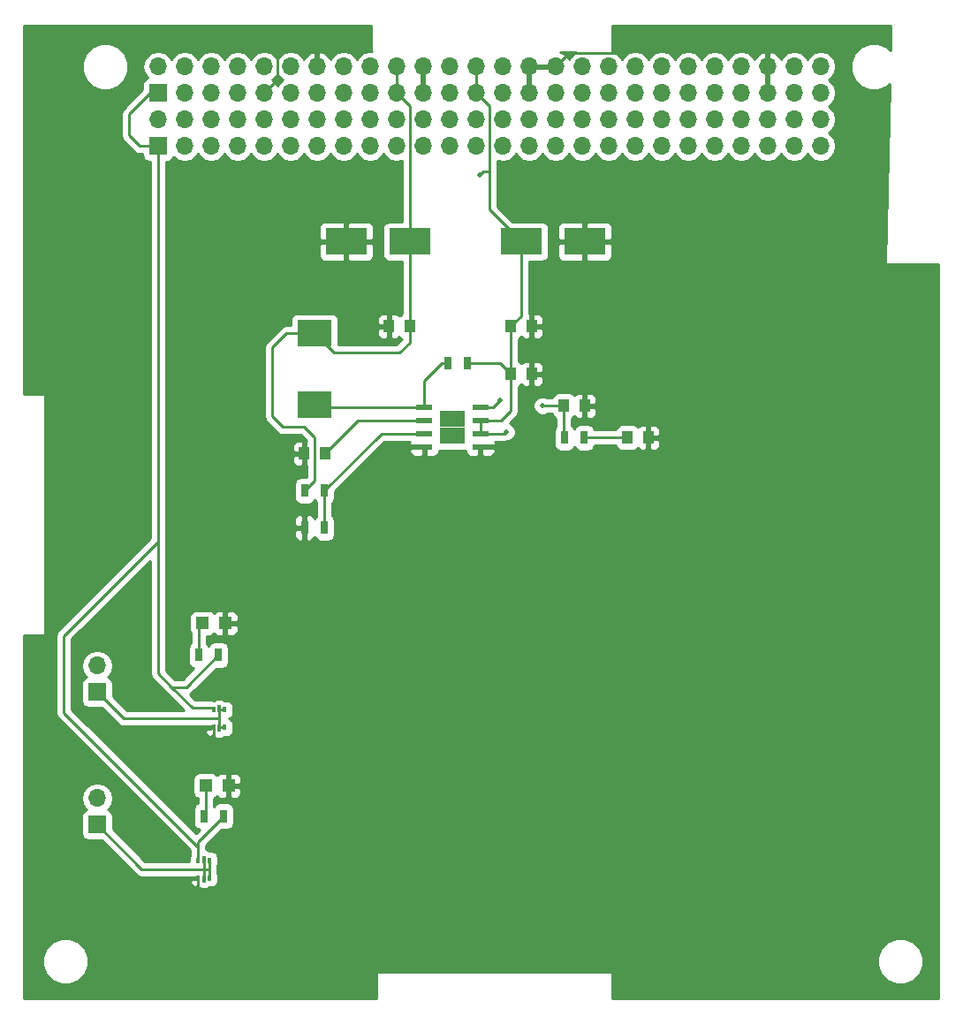
<source format=gtl>
G04 #@! TF.FileFunction,Copper,L1,Top,Signal*
%FSLAX46Y46*%
G04 Gerber Fmt 4.6, Leading zero omitted, Abs format (unit mm)*
G04 Created by KiCad (PCBNEW 4.0.7) date Fri Jul 20 16:32:02 2018*
%MOMM*%
%LPD*%
G01*
G04 APERTURE LIST*
%ADD10C,0.100000*%
%ADD11R,4.000000X2.500000*%
%ADD12R,1.000000X1.250000*%
%ADD13R,3.300000X2.500000*%
%ADD14R,1.200000X1.200000*%
%ADD15R,1.700000X1.700000*%
%ADD16O,1.700000X1.700000*%
%ADD17R,0.700000X1.300000*%
%ADD18R,1.550000X0.600000*%
%ADD19R,1.200000X1.600000*%
%ADD20R,0.375000X0.500000*%
%ADD21R,0.300000X0.650000*%
%ADD22C,0.508000*%
%ADD23C,0.250000*%
%ADD24C,0.254000*%
G04 APERTURE END LIST*
D10*
D11*
X152906000Y-70104000D03*
X159006000Y-70104000D03*
D12*
X151908000Y-78232000D03*
X153908000Y-78232000D03*
X163084000Y-88900000D03*
X165084000Y-88900000D03*
X153908000Y-82804000D03*
X151908000Y-82804000D03*
X156988000Y-85852000D03*
X158988000Y-85852000D03*
X132096000Y-90424000D03*
X134096000Y-90424000D03*
X142224000Y-78232000D03*
X140224000Y-78232000D03*
D11*
X142242000Y-70104000D03*
X136142000Y-70104000D03*
D13*
X133096000Y-78896000D03*
X133096000Y-85696000D03*
D14*
X122344000Y-106680000D03*
X124544000Y-106680000D03*
D15*
X118110000Y-60960000D03*
D16*
X118110000Y-58420000D03*
X120650000Y-60960000D03*
X120650000Y-58420000D03*
X123190000Y-60960000D03*
X123190000Y-58420000D03*
X125730000Y-60960000D03*
X125730000Y-58420000D03*
X128270000Y-60960000D03*
X128270000Y-58420000D03*
X130810000Y-60960000D03*
X130810000Y-58420000D03*
X133350000Y-60960000D03*
X133350000Y-58420000D03*
X135890000Y-60960000D03*
X135890000Y-58420000D03*
X138430000Y-60960000D03*
X138430000Y-58420000D03*
X140970000Y-60960000D03*
X140970000Y-58420000D03*
X143510000Y-60960000D03*
X143510000Y-58420000D03*
X146050000Y-60960000D03*
X146050000Y-58420000D03*
X148590000Y-60960000D03*
X148590000Y-58420000D03*
X151130000Y-60960000D03*
X151130000Y-58420000D03*
X153670000Y-60960000D03*
X153670000Y-58420000D03*
X156210000Y-60960000D03*
X156210000Y-58420000D03*
X158750000Y-60960000D03*
X158750000Y-58420000D03*
X161290000Y-60960000D03*
X161290000Y-58420000D03*
X163830000Y-60960000D03*
X163830000Y-58420000D03*
X166370000Y-60960000D03*
X166370000Y-58420000D03*
X168910000Y-60960000D03*
X168910000Y-58420000D03*
X171450000Y-60960000D03*
X171450000Y-58420000D03*
X173990000Y-60960000D03*
X173990000Y-58420000D03*
X176530000Y-60960000D03*
X176530000Y-58420000D03*
X179070000Y-60960000D03*
X179070000Y-58420000D03*
X181610000Y-60960000D03*
X181610000Y-58420000D03*
D15*
X118110000Y-55879995D03*
D16*
X118110000Y-53339995D03*
X120650000Y-55879995D03*
X120650000Y-53339995D03*
X123190000Y-55879995D03*
X123190000Y-53339995D03*
X125730000Y-55879995D03*
X125730000Y-53339995D03*
X128270000Y-55879995D03*
X128270000Y-53339995D03*
X130810000Y-55879995D03*
X130810000Y-53339995D03*
X133350000Y-55879995D03*
X133350000Y-53339995D03*
X135890000Y-55879995D03*
X135890000Y-53339995D03*
X138430000Y-55879995D03*
X138430000Y-53339995D03*
X140970000Y-55879995D03*
X140970000Y-53339995D03*
X143510000Y-55879995D03*
X143510000Y-53339995D03*
X146050000Y-55879995D03*
X146050000Y-53339995D03*
X148590000Y-55879995D03*
X148590000Y-53339995D03*
X151130000Y-55879995D03*
X151130000Y-53339995D03*
X153670000Y-55879995D03*
X153670000Y-53339995D03*
X156210000Y-55879995D03*
X156210000Y-53339995D03*
X158750000Y-55879995D03*
X158750000Y-53339995D03*
X161290000Y-55879995D03*
X161290000Y-53339995D03*
X163830000Y-55879995D03*
X163830000Y-53339995D03*
X166370000Y-55879995D03*
X166370000Y-53339995D03*
X168910000Y-55879995D03*
X168910000Y-53339995D03*
X171450000Y-55879995D03*
X171450000Y-53339995D03*
X173990000Y-55879995D03*
X173990000Y-53339995D03*
X176530000Y-55879995D03*
X176530000Y-53339995D03*
X179070000Y-55879995D03*
X179070000Y-53339995D03*
X181610000Y-55879995D03*
X181610000Y-53339995D03*
D15*
X112268000Y-113284000D03*
D16*
X112268000Y-110744000D03*
D17*
X147762000Y-81788000D03*
X145862000Y-81788000D03*
X132146000Y-93980000D03*
X134046000Y-93980000D03*
X134046000Y-97536000D03*
X132146000Y-97536000D03*
X157038000Y-88900000D03*
X158938000Y-88900000D03*
X123886000Y-109728000D03*
X121986000Y-109728000D03*
D18*
X149004000Y-89789000D03*
X149004000Y-88519000D03*
X149004000Y-87249000D03*
X149004000Y-85979000D03*
X143604000Y-85979000D03*
X143604000Y-87249000D03*
X143604000Y-88519000D03*
X143604000Y-89789000D03*
D19*
X145704000Y-87084000D03*
X145704000Y-88684000D03*
X146904000Y-87084000D03*
X146904000Y-88684000D03*
D20*
X124489500Y-114974000D03*
X123414500Y-114974000D03*
D21*
X123952000Y-116749000D03*
X123952000Y-114899000D03*
D20*
X123414500Y-116674000D03*
X124489500Y-116674000D03*
D14*
X122661500Y-122237500D03*
X124861500Y-122237500D03*
D15*
X112268000Y-125984000D03*
D16*
X112268000Y-123444000D03*
D20*
X123029000Y-129388500D03*
X121954000Y-129388500D03*
D21*
X122491500Y-131163500D03*
X122491500Y-129313500D03*
D20*
X121954000Y-131088500D03*
X123029000Y-131088500D03*
D17*
X124394000Y-125158500D03*
X122494000Y-125158500D03*
D22*
X148894800Y-63703200D03*
X151485600Y-88341200D03*
X137160000Y-50800000D03*
X154940000Y-85852000D03*
X150876000Y-85344000D03*
D23*
X149860000Y-63347600D02*
X149250400Y-63347600D01*
X149250400Y-63347600D02*
X148894800Y-63703200D01*
X149004000Y-88519000D02*
X151307800Y-88519000D01*
X151307800Y-88519000D02*
X151485600Y-88341200D01*
X147762000Y-81788000D02*
X150892000Y-81788000D01*
X150892000Y-81788000D02*
X151908000Y-82804000D01*
X149004000Y-87249000D02*
X149004000Y-88519000D01*
X151908000Y-82804000D02*
X151908000Y-86344000D01*
X151003000Y-87249000D02*
X149004000Y-87249000D01*
X151908000Y-86344000D02*
X151003000Y-87249000D01*
X151908000Y-78232000D02*
X151908000Y-82804000D01*
X152906000Y-70104000D02*
X152906000Y-77234000D01*
X152906000Y-77234000D02*
X151908000Y-78232000D01*
X149860000Y-64516000D02*
X149860000Y-67058000D01*
X149860000Y-67058000D02*
X152906000Y-70104000D01*
X148590000Y-53339995D02*
X148590000Y-55879995D01*
X148590000Y-55879995D02*
X149860000Y-57149995D01*
X149860000Y-57149995D02*
X149860000Y-63347600D01*
X149860000Y-63347600D02*
X149860000Y-64516000D01*
X149860000Y-64516000D02*
X149860000Y-64668400D01*
X121954000Y-131088500D02*
X121954000Y-132173000D01*
X121954000Y-132173000D02*
X121920000Y-132207000D01*
X123414500Y-116674000D02*
X123414500Y-118012500D01*
X123414500Y-118012500D02*
X123380500Y-118046500D01*
X128270000Y-55879995D02*
X129540000Y-54609995D01*
X129540000Y-54609995D02*
X129540000Y-50800000D01*
X156210000Y-53339995D02*
X157480000Y-52069995D01*
X161798005Y-52069995D02*
X162560000Y-51308000D01*
X157480000Y-52069995D02*
X161798005Y-52069995D01*
X158938000Y-88900000D02*
X163084000Y-88900000D01*
X156988000Y-85852000D02*
X156988000Y-88850000D01*
X156988000Y-88850000D02*
X157038000Y-88900000D01*
X149004000Y-85979000D02*
X150241000Y-85979000D01*
X154940000Y-85852000D02*
X156988000Y-85852000D01*
X150241000Y-85979000D02*
X150876000Y-85344000D01*
X134096000Y-90424000D02*
X137271000Y-87249000D01*
X137271000Y-87249000D02*
X143604000Y-87249000D01*
X140970000Y-53339995D02*
X140970000Y-55879995D01*
X140970000Y-55879995D02*
X142242000Y-57151995D01*
X142242000Y-57151995D02*
X142242000Y-70104000D01*
X132146000Y-93980000D02*
X133096000Y-93030000D01*
X130400000Y-78896000D02*
X133096000Y-78896000D01*
X129032000Y-80264000D02*
X130400000Y-78896000D01*
X129032000Y-86868000D02*
X129032000Y-80264000D01*
X130048000Y-87884000D02*
X129032000Y-86868000D01*
X132080000Y-87884000D02*
X130048000Y-87884000D01*
X133096000Y-88900000D02*
X132080000Y-87884000D01*
X133096000Y-93030000D02*
X133096000Y-88900000D01*
X142224000Y-78232000D02*
X142224000Y-70122000D01*
X142224000Y-70122000D02*
X142242000Y-70104000D01*
X133096000Y-78896000D02*
X134972000Y-80772000D01*
X142224000Y-79772000D02*
X142224000Y-78232000D01*
X141224000Y-80772000D02*
X142224000Y-79772000D01*
X134972000Y-80772000D02*
X141224000Y-80772000D01*
X143604000Y-85979000D02*
X133379000Y-85979000D01*
X133379000Y-85979000D02*
X133096000Y-85696000D01*
X145862000Y-81788000D02*
X145288000Y-81788000D01*
X143604000Y-83472000D02*
X143604000Y-85979000D01*
X145288000Y-81788000D02*
X143604000Y-83472000D01*
X121986000Y-109728000D02*
X121986000Y-107038000D01*
X121986000Y-107038000D02*
X122344000Y-106680000D01*
X121954000Y-129388500D02*
X121954000Y-128113500D01*
X109093000Y-107886500D02*
X118110000Y-98869500D01*
X109093000Y-115252500D02*
X109093000Y-107886500D01*
X121954000Y-128113500D02*
X109093000Y-115252500D01*
X124394000Y-125158500D02*
X124394000Y-125224500D01*
X124394000Y-125224500D02*
X121954000Y-127664500D01*
X121954000Y-127664500D02*
X121954000Y-129388500D01*
X122428000Y-114778500D02*
X123219000Y-114778500D01*
X123219000Y-114778500D02*
X123414500Y-114974000D01*
X121382500Y-114778500D02*
X122428000Y-114778500D01*
X122428000Y-114778500D02*
X122594000Y-114778500D01*
X119405400Y-112801400D02*
X120812600Y-112801400D01*
X118110000Y-60960000D02*
X118110000Y-98869500D01*
X118110000Y-98869500D02*
X118110000Y-111506000D01*
X118110000Y-111506000D02*
X119405400Y-112801400D01*
X119405400Y-112801400D02*
X121382500Y-114778500D01*
X118110000Y-55879995D02*
X117348005Y-55879995D01*
X117348005Y-55879995D02*
X115316000Y-57912000D01*
X115316000Y-57912000D02*
X115316000Y-59944000D01*
X115316000Y-59944000D02*
X116332000Y-60960000D01*
X116332000Y-60960000D02*
X118110000Y-60960000D01*
X120812600Y-112801400D02*
X123886000Y-109728000D01*
X123029000Y-130238500D02*
X122555000Y-130238500D01*
X122555000Y-130238500D02*
X122491500Y-130175000D01*
X123029000Y-129388500D02*
X123029000Y-130238500D01*
X123029000Y-130238500D02*
X123029000Y-131088500D01*
X122491500Y-131163500D02*
X122491500Y-130175000D01*
X122491500Y-129313500D02*
X122491500Y-130175000D01*
X116522500Y-130238500D02*
X112268000Y-125984000D01*
X122491500Y-130175000D02*
X122428000Y-130238500D01*
X122428000Y-130238500D02*
X116522500Y-130238500D01*
X134046000Y-93980000D02*
X134046000Y-97536000D01*
X134046000Y-93980000D02*
X139507000Y-88519000D01*
X139507000Y-88519000D02*
X143604000Y-88519000D01*
X122494000Y-125158500D02*
X122661500Y-124991000D01*
X122661500Y-124991000D02*
X122661500Y-122237500D01*
X123952000Y-115824000D02*
X114808000Y-115824000D01*
X114808000Y-115824000D02*
X112268000Y-113284000D01*
X123952000Y-116749000D02*
X123952000Y-115824000D01*
X123952000Y-115824000D02*
X123952000Y-114899000D01*
X124489500Y-116674000D02*
X124027000Y-116674000D01*
X124027000Y-116674000D02*
X123952000Y-116749000D01*
X124489500Y-114974000D02*
X124027000Y-114974000D01*
X124027000Y-114974000D02*
X123952000Y-114899000D01*
D24*
G36*
X138557000Y-51816000D02*
X138564420Y-51852640D01*
X138430000Y-51825902D01*
X137861715Y-51938941D01*
X137379946Y-52260848D01*
X137160000Y-52590021D01*
X136940054Y-52260848D01*
X136458285Y-51938941D01*
X135890000Y-51825902D01*
X135321715Y-51938941D01*
X134839946Y-52260848D01*
X134612298Y-52601548D01*
X134545183Y-52458637D01*
X134116924Y-52068350D01*
X133706890Y-51898519D01*
X133477000Y-52019840D01*
X133477000Y-53212995D01*
X133497000Y-53212995D01*
X133497000Y-53466995D01*
X133477000Y-53466995D01*
X133477000Y-53486995D01*
X133223000Y-53486995D01*
X133223000Y-53466995D01*
X133203000Y-53466995D01*
X133203000Y-53212995D01*
X133223000Y-53212995D01*
X133223000Y-52019840D01*
X132993110Y-51898519D01*
X132583076Y-52068350D01*
X132154817Y-52458637D01*
X132087702Y-52601548D01*
X131860054Y-52260848D01*
X131378285Y-51938941D01*
X130810000Y-51825902D01*
X130241715Y-51938941D01*
X129759946Y-52260848D01*
X129540000Y-52590021D01*
X129320054Y-52260848D01*
X128838285Y-51938941D01*
X128270000Y-51825902D01*
X127701715Y-51938941D01*
X127219946Y-52260848D01*
X127000000Y-52590021D01*
X126780054Y-52260848D01*
X126298285Y-51938941D01*
X125730000Y-51825902D01*
X125161715Y-51938941D01*
X124679946Y-52260848D01*
X124460000Y-52590021D01*
X124240054Y-52260848D01*
X123758285Y-51938941D01*
X123190000Y-51825902D01*
X122621715Y-51938941D01*
X122139946Y-52260848D01*
X121920000Y-52590021D01*
X121700054Y-52260848D01*
X121218285Y-51938941D01*
X120650000Y-51825902D01*
X120081715Y-51938941D01*
X119599946Y-52260848D01*
X119380000Y-52590021D01*
X119160054Y-52260848D01*
X118678285Y-51938941D01*
X118110000Y-51825902D01*
X117541715Y-51938941D01*
X117059946Y-52260848D01*
X116738039Y-52742617D01*
X116625000Y-53310902D01*
X116625000Y-53369088D01*
X116738039Y-53937373D01*
X117059946Y-54419142D01*
X117061179Y-54419966D01*
X117024683Y-54426833D01*
X116808559Y-54565905D01*
X116663569Y-54778105D01*
X116612560Y-55029995D01*
X116612560Y-55540638D01*
X114778599Y-57374599D01*
X114613852Y-57621161D01*
X114556000Y-57912000D01*
X114556000Y-59944000D01*
X114613852Y-60234839D01*
X114778599Y-60481401D01*
X115794599Y-61497401D01*
X116041161Y-61662148D01*
X116332000Y-61720000D01*
X116612560Y-61720000D01*
X116612560Y-61810000D01*
X116656838Y-62045317D01*
X116795910Y-62261441D01*
X117008110Y-62406431D01*
X117260000Y-62457440D01*
X117350000Y-62457440D01*
X117350000Y-98554698D01*
X108555599Y-107349099D01*
X108390852Y-107595661D01*
X108333000Y-107886500D01*
X108333000Y-115252500D01*
X108390852Y-115543339D01*
X108555599Y-115789901D01*
X121194000Y-128428302D01*
X121194000Y-128851586D01*
X121170069Y-128886610D01*
X121119060Y-129138500D01*
X121119060Y-129478500D01*
X116837302Y-129478500D01*
X113765440Y-126406638D01*
X113765440Y-125134000D01*
X113721162Y-124898683D01*
X113582090Y-124682559D01*
X113369890Y-124537569D01*
X113302459Y-124523914D01*
X113347147Y-124494054D01*
X113669054Y-124012285D01*
X113782093Y-123444000D01*
X113669054Y-122875715D01*
X113347147Y-122393946D01*
X112865378Y-122072039D01*
X112297093Y-121959000D01*
X112238907Y-121959000D01*
X111670622Y-122072039D01*
X111188853Y-122393946D01*
X110866946Y-122875715D01*
X110753907Y-123444000D01*
X110866946Y-124012285D01*
X111188853Y-124494054D01*
X111230452Y-124521850D01*
X111182683Y-124530838D01*
X110966559Y-124669910D01*
X110821569Y-124882110D01*
X110770560Y-125134000D01*
X110770560Y-126834000D01*
X110814838Y-127069317D01*
X110953910Y-127285441D01*
X111166110Y-127430431D01*
X111418000Y-127481440D01*
X112690638Y-127481440D01*
X115985099Y-130775901D01*
X116231661Y-130940648D01*
X116522500Y-130998500D01*
X121694060Y-130998500D01*
X121694060Y-131213500D01*
X121290250Y-131213500D01*
X121131500Y-131372250D01*
X121131500Y-131464809D01*
X121228173Y-131698198D01*
X121406801Y-131876827D01*
X121640190Y-131973500D01*
X121701500Y-131973500D01*
X121821674Y-131853326D01*
X121826998Y-131861600D01*
X121826998Y-131973500D01*
X121926525Y-131973500D01*
X122089610Y-132084931D01*
X122341500Y-132135940D01*
X122641500Y-132135940D01*
X122876817Y-132091662D01*
X123041114Y-131985940D01*
X123216500Y-131985940D01*
X123451817Y-131941662D01*
X123667941Y-131802590D01*
X123812931Y-131590390D01*
X123863940Y-131338500D01*
X123863940Y-130838500D01*
X123819662Y-130603183D01*
X123789000Y-130555533D01*
X123789000Y-129925414D01*
X123812931Y-129890390D01*
X123863940Y-129638500D01*
X123863940Y-129138500D01*
X123819662Y-128903183D01*
X123680590Y-128687059D01*
X123468390Y-128542069D01*
X123216500Y-128491060D01*
X123038268Y-128491060D01*
X122893390Y-128392069D01*
X122714000Y-128355742D01*
X122714000Y-127979302D01*
X124237362Y-126455940D01*
X124744000Y-126455940D01*
X124979317Y-126411662D01*
X125195441Y-126272590D01*
X125340431Y-126060390D01*
X125391440Y-125808500D01*
X125391440Y-124508500D01*
X125347162Y-124273183D01*
X125208090Y-124057059D01*
X124995890Y-123912069D01*
X124744000Y-123861060D01*
X124044000Y-123861060D01*
X123808683Y-123905338D01*
X123592559Y-124044410D01*
X123447569Y-124256610D01*
X123444919Y-124269697D01*
X123421500Y-124233303D01*
X123421500Y-123454834D01*
X123496817Y-123440662D01*
X123712941Y-123301590D01*
X123759469Y-123233494D01*
X123901802Y-123375827D01*
X124135191Y-123472500D01*
X124575750Y-123472500D01*
X124734500Y-123313750D01*
X124734500Y-122364500D01*
X124988500Y-122364500D01*
X124988500Y-123313750D01*
X125147250Y-123472500D01*
X125587809Y-123472500D01*
X125821198Y-123375827D01*
X125999827Y-123197199D01*
X126096500Y-122963810D01*
X126096500Y-122523250D01*
X125937750Y-122364500D01*
X124988500Y-122364500D01*
X124734500Y-122364500D01*
X124714500Y-122364500D01*
X124714500Y-122110500D01*
X124734500Y-122110500D01*
X124734500Y-121161250D01*
X124988500Y-121161250D01*
X124988500Y-122110500D01*
X125937750Y-122110500D01*
X126096500Y-121951750D01*
X126096500Y-121511190D01*
X125999827Y-121277801D01*
X125821198Y-121099173D01*
X125587809Y-121002500D01*
X125147250Y-121002500D01*
X124988500Y-121161250D01*
X124734500Y-121161250D01*
X124575750Y-121002500D01*
X124135191Y-121002500D01*
X123901802Y-121099173D01*
X123760564Y-121240410D01*
X123725590Y-121186059D01*
X123513390Y-121041069D01*
X123261500Y-120990060D01*
X122061500Y-120990060D01*
X121826183Y-121034338D01*
X121610059Y-121173410D01*
X121465069Y-121385610D01*
X121414060Y-121637500D01*
X121414060Y-122837500D01*
X121458338Y-123072817D01*
X121597410Y-123288941D01*
X121809610Y-123433931D01*
X121901500Y-123452539D01*
X121901500Y-123909960D01*
X121692559Y-124044410D01*
X121547569Y-124256610D01*
X121496560Y-124508500D01*
X121496560Y-125808500D01*
X121540838Y-126043817D01*
X121679910Y-126259941D01*
X121892110Y-126404931D01*
X122097229Y-126446469D01*
X121729500Y-126814198D01*
X109853000Y-114937698D01*
X109853000Y-108201302D01*
X117350000Y-100704302D01*
X117350000Y-111506000D01*
X117407852Y-111796839D01*
X117572599Y-112043401D01*
X120593198Y-115064000D01*
X115122802Y-115064000D01*
X113765440Y-113706638D01*
X113765440Y-112434000D01*
X113721162Y-112198683D01*
X113582090Y-111982559D01*
X113369890Y-111837569D01*
X113302459Y-111823914D01*
X113347147Y-111794054D01*
X113669054Y-111312285D01*
X113782093Y-110744000D01*
X113669054Y-110175715D01*
X113347147Y-109693946D01*
X112865378Y-109372039D01*
X112297093Y-109259000D01*
X112238907Y-109259000D01*
X111670622Y-109372039D01*
X111188853Y-109693946D01*
X110866946Y-110175715D01*
X110753907Y-110744000D01*
X110866946Y-111312285D01*
X111188853Y-111794054D01*
X111230452Y-111821850D01*
X111182683Y-111830838D01*
X110966559Y-111969910D01*
X110821569Y-112182110D01*
X110770560Y-112434000D01*
X110770560Y-114134000D01*
X110814838Y-114369317D01*
X110953910Y-114585441D01*
X111166110Y-114730431D01*
X111418000Y-114781440D01*
X112690638Y-114781440D01*
X114270599Y-116361401D01*
X114517160Y-116526148D01*
X114565414Y-116535746D01*
X114808000Y-116584000D01*
X123154560Y-116584000D01*
X123154560Y-116799000D01*
X122750750Y-116799000D01*
X122592000Y-116957750D01*
X122592000Y-117050309D01*
X122688673Y-117283698D01*
X122867301Y-117462327D01*
X123100690Y-117559000D01*
X123162000Y-117559000D01*
X123282174Y-117438826D01*
X123287498Y-117447100D01*
X123287498Y-117559000D01*
X123387025Y-117559000D01*
X123550110Y-117670431D01*
X123802000Y-117721440D01*
X124102000Y-117721440D01*
X124337317Y-117677162D01*
X124501614Y-117571440D01*
X124677000Y-117571440D01*
X124912317Y-117527162D01*
X125128441Y-117388090D01*
X125273431Y-117175890D01*
X125324440Y-116924000D01*
X125324440Y-116424000D01*
X125280162Y-116188683D01*
X125141090Y-115972559D01*
X124928890Y-115827569D01*
X124915803Y-115824919D01*
X125128441Y-115688090D01*
X125273431Y-115475890D01*
X125324440Y-115224000D01*
X125324440Y-114724000D01*
X125280162Y-114488683D01*
X125141090Y-114272559D01*
X124928890Y-114127569D01*
X124677000Y-114076560D01*
X124498768Y-114076560D01*
X124353890Y-113977569D01*
X124102000Y-113926560D01*
X123802000Y-113926560D01*
X123566683Y-113970838D01*
X123428006Y-114060074D01*
X123219000Y-114018500D01*
X121697302Y-114018500D01*
X121150743Y-113471941D01*
X121350001Y-113338801D01*
X123663362Y-111025440D01*
X124236000Y-111025440D01*
X124471317Y-110981162D01*
X124687441Y-110842090D01*
X124832431Y-110629890D01*
X124883440Y-110378000D01*
X124883440Y-109078000D01*
X124839162Y-108842683D01*
X124700090Y-108626559D01*
X124487890Y-108481569D01*
X124236000Y-108430560D01*
X123536000Y-108430560D01*
X123300683Y-108474838D01*
X123084559Y-108613910D01*
X122939569Y-108826110D01*
X122936919Y-108839197D01*
X122800090Y-108626559D01*
X122746000Y-108589601D01*
X122746000Y-107927440D01*
X122944000Y-107927440D01*
X123179317Y-107883162D01*
X123395441Y-107744090D01*
X123441969Y-107675994D01*
X123584302Y-107818327D01*
X123817691Y-107915000D01*
X124258250Y-107915000D01*
X124417000Y-107756250D01*
X124417000Y-106807000D01*
X124671000Y-106807000D01*
X124671000Y-107756250D01*
X124829750Y-107915000D01*
X125270309Y-107915000D01*
X125503698Y-107818327D01*
X125682327Y-107639699D01*
X125779000Y-107406310D01*
X125779000Y-106965750D01*
X125620250Y-106807000D01*
X124671000Y-106807000D01*
X124417000Y-106807000D01*
X124397000Y-106807000D01*
X124397000Y-106553000D01*
X124417000Y-106553000D01*
X124417000Y-105603750D01*
X124671000Y-105603750D01*
X124671000Y-106553000D01*
X125620250Y-106553000D01*
X125779000Y-106394250D01*
X125779000Y-105953690D01*
X125682327Y-105720301D01*
X125503698Y-105541673D01*
X125270309Y-105445000D01*
X124829750Y-105445000D01*
X124671000Y-105603750D01*
X124417000Y-105603750D01*
X124258250Y-105445000D01*
X123817691Y-105445000D01*
X123584302Y-105541673D01*
X123443064Y-105682910D01*
X123408090Y-105628559D01*
X123195890Y-105483569D01*
X122944000Y-105432560D01*
X121744000Y-105432560D01*
X121508683Y-105476838D01*
X121292559Y-105615910D01*
X121147569Y-105828110D01*
X121096560Y-106080000D01*
X121096560Y-107280000D01*
X121140838Y-107515317D01*
X121226000Y-107647662D01*
X121226000Y-108587243D01*
X121184559Y-108613910D01*
X121039569Y-108826110D01*
X120988560Y-109078000D01*
X120988560Y-110378000D01*
X121032838Y-110613317D01*
X121171910Y-110829441D01*
X121384110Y-110974431D01*
X121534344Y-111004854D01*
X120497798Y-112041400D01*
X119720202Y-112041400D01*
X118870000Y-111191198D01*
X118870000Y-97821750D01*
X131161000Y-97821750D01*
X131161000Y-98312310D01*
X131257673Y-98545699D01*
X131436302Y-98724327D01*
X131669691Y-98821000D01*
X131860250Y-98821000D01*
X132019000Y-98662250D01*
X132019000Y-97663000D01*
X131319750Y-97663000D01*
X131161000Y-97821750D01*
X118870000Y-97821750D01*
X118870000Y-96759690D01*
X131161000Y-96759690D01*
X131161000Y-97250250D01*
X131319750Y-97409000D01*
X132019000Y-97409000D01*
X132019000Y-96409750D01*
X131860250Y-96251000D01*
X131669691Y-96251000D01*
X131436302Y-96347673D01*
X131257673Y-96526301D01*
X131161000Y-96759690D01*
X118870000Y-96759690D01*
X118870000Y-90709750D01*
X130961000Y-90709750D01*
X130961000Y-91175310D01*
X131057673Y-91408699D01*
X131236302Y-91587327D01*
X131469691Y-91684000D01*
X131810250Y-91684000D01*
X131969000Y-91525250D01*
X131969000Y-90551000D01*
X131119750Y-90551000D01*
X130961000Y-90709750D01*
X118870000Y-90709750D01*
X118870000Y-89672690D01*
X130961000Y-89672690D01*
X130961000Y-90138250D01*
X131119750Y-90297000D01*
X131969000Y-90297000D01*
X131969000Y-89322750D01*
X131810250Y-89164000D01*
X131469691Y-89164000D01*
X131236302Y-89260673D01*
X131057673Y-89439301D01*
X130961000Y-89672690D01*
X118870000Y-89672690D01*
X118870000Y-70389750D01*
X133507000Y-70389750D01*
X133507000Y-71480310D01*
X133603673Y-71713699D01*
X133782302Y-71892327D01*
X134015691Y-71989000D01*
X135856250Y-71989000D01*
X136015000Y-71830250D01*
X136015000Y-70231000D01*
X136269000Y-70231000D01*
X136269000Y-71830250D01*
X136427750Y-71989000D01*
X138268309Y-71989000D01*
X138501698Y-71892327D01*
X138680327Y-71713699D01*
X138777000Y-71480310D01*
X138777000Y-70389750D01*
X138618250Y-70231000D01*
X136269000Y-70231000D01*
X136015000Y-70231000D01*
X133665750Y-70231000D01*
X133507000Y-70389750D01*
X118870000Y-70389750D01*
X118870000Y-68727690D01*
X133507000Y-68727690D01*
X133507000Y-69818250D01*
X133665750Y-69977000D01*
X136015000Y-69977000D01*
X136015000Y-68377750D01*
X136269000Y-68377750D01*
X136269000Y-69977000D01*
X138618250Y-69977000D01*
X138777000Y-69818250D01*
X138777000Y-68727690D01*
X138680327Y-68494301D01*
X138501698Y-68315673D01*
X138268309Y-68219000D01*
X136427750Y-68219000D01*
X136269000Y-68377750D01*
X136015000Y-68377750D01*
X135856250Y-68219000D01*
X134015691Y-68219000D01*
X133782302Y-68315673D01*
X133603673Y-68494301D01*
X133507000Y-68727690D01*
X118870000Y-68727690D01*
X118870000Y-62457440D01*
X118960000Y-62457440D01*
X119195317Y-62413162D01*
X119411441Y-62274090D01*
X119556431Y-62061890D01*
X119570086Y-61994459D01*
X119599946Y-62039147D01*
X120081715Y-62361054D01*
X120650000Y-62474093D01*
X121218285Y-62361054D01*
X121700054Y-62039147D01*
X121920000Y-61709974D01*
X122139946Y-62039147D01*
X122621715Y-62361054D01*
X123190000Y-62474093D01*
X123758285Y-62361054D01*
X124240054Y-62039147D01*
X124460000Y-61709974D01*
X124679946Y-62039147D01*
X125161715Y-62361054D01*
X125730000Y-62474093D01*
X126298285Y-62361054D01*
X126780054Y-62039147D01*
X127000000Y-61709974D01*
X127219946Y-62039147D01*
X127701715Y-62361054D01*
X128270000Y-62474093D01*
X128838285Y-62361054D01*
X129320054Y-62039147D01*
X129540000Y-61709974D01*
X129759946Y-62039147D01*
X130241715Y-62361054D01*
X130810000Y-62474093D01*
X131378285Y-62361054D01*
X131860054Y-62039147D01*
X132080000Y-61709974D01*
X132299946Y-62039147D01*
X132781715Y-62361054D01*
X133350000Y-62474093D01*
X133918285Y-62361054D01*
X134400054Y-62039147D01*
X134620000Y-61709974D01*
X134839946Y-62039147D01*
X135321715Y-62361054D01*
X135890000Y-62474093D01*
X136458285Y-62361054D01*
X136940054Y-62039147D01*
X137160000Y-61709974D01*
X137379946Y-62039147D01*
X137861715Y-62361054D01*
X138430000Y-62474093D01*
X138998285Y-62361054D01*
X139480054Y-62039147D01*
X139700000Y-61709974D01*
X139919946Y-62039147D01*
X140401715Y-62361054D01*
X140970000Y-62474093D01*
X141482000Y-62372250D01*
X141482000Y-68206560D01*
X140242000Y-68206560D01*
X140006683Y-68250838D01*
X139790559Y-68389910D01*
X139645569Y-68602110D01*
X139594560Y-68854000D01*
X139594560Y-71354000D01*
X139638838Y-71589317D01*
X139777910Y-71805441D01*
X139990110Y-71950431D01*
X140242000Y-72001440D01*
X141464000Y-72001440D01*
X141464000Y-77019721D01*
X141272559Y-77142910D01*
X141226031Y-77211006D01*
X141083698Y-77068673D01*
X140850309Y-76972000D01*
X140509750Y-76972000D01*
X140351000Y-77130750D01*
X140351000Y-78105000D01*
X140371000Y-78105000D01*
X140371000Y-78359000D01*
X140351000Y-78359000D01*
X140351000Y-79333250D01*
X140509750Y-79492000D01*
X140850309Y-79492000D01*
X141083698Y-79395327D01*
X141224936Y-79254090D01*
X141259910Y-79308441D01*
X141464000Y-79447890D01*
X141464000Y-79457198D01*
X140909198Y-80012000D01*
X135393440Y-80012000D01*
X135393440Y-78517750D01*
X139089000Y-78517750D01*
X139089000Y-78983310D01*
X139185673Y-79216699D01*
X139364302Y-79395327D01*
X139597691Y-79492000D01*
X139938250Y-79492000D01*
X140097000Y-79333250D01*
X140097000Y-78359000D01*
X139247750Y-78359000D01*
X139089000Y-78517750D01*
X135393440Y-78517750D01*
X135393440Y-77646000D01*
X135362335Y-77480690D01*
X139089000Y-77480690D01*
X139089000Y-77946250D01*
X139247750Y-78105000D01*
X140097000Y-78105000D01*
X140097000Y-77130750D01*
X139938250Y-76972000D01*
X139597691Y-76972000D01*
X139364302Y-77068673D01*
X139185673Y-77247301D01*
X139089000Y-77480690D01*
X135362335Y-77480690D01*
X135349162Y-77410683D01*
X135210090Y-77194559D01*
X134997890Y-77049569D01*
X134746000Y-76998560D01*
X131446000Y-76998560D01*
X131210683Y-77042838D01*
X130994559Y-77181910D01*
X130849569Y-77394110D01*
X130798560Y-77646000D01*
X130798560Y-78136000D01*
X130400000Y-78136000D01*
X130109161Y-78193852D01*
X129862599Y-78358599D01*
X128494599Y-79726599D01*
X128329852Y-79973161D01*
X128272000Y-80264000D01*
X128272000Y-86868000D01*
X128329852Y-87158839D01*
X128494599Y-87405401D01*
X129510599Y-88421401D01*
X129757161Y-88586148D01*
X130048000Y-88644000D01*
X131765198Y-88644000D01*
X132333474Y-89212276D01*
X132223000Y-89322750D01*
X132223000Y-90297000D01*
X132243000Y-90297000D01*
X132243000Y-90551000D01*
X132223000Y-90551000D01*
X132223000Y-91525250D01*
X132336000Y-91638250D01*
X132336000Y-92682560D01*
X131796000Y-92682560D01*
X131560683Y-92726838D01*
X131344559Y-92865910D01*
X131199569Y-93078110D01*
X131148560Y-93330000D01*
X131148560Y-94630000D01*
X131192838Y-94865317D01*
X131331910Y-95081441D01*
X131544110Y-95226431D01*
X131796000Y-95277440D01*
X132496000Y-95277440D01*
X132731317Y-95233162D01*
X132947441Y-95094090D01*
X133092431Y-94881890D01*
X133095081Y-94868803D01*
X133231910Y-95081441D01*
X133286000Y-95118399D01*
X133286000Y-96395243D01*
X133244559Y-96421910D01*
X133099569Y-96634110D01*
X133092809Y-96667490D01*
X133034327Y-96526301D01*
X132855698Y-96347673D01*
X132622309Y-96251000D01*
X132431750Y-96251000D01*
X132273000Y-96409750D01*
X132273000Y-97409000D01*
X132293000Y-97409000D01*
X132293000Y-97663000D01*
X132273000Y-97663000D01*
X132273000Y-98662250D01*
X132431750Y-98821000D01*
X132622309Y-98821000D01*
X132855698Y-98724327D01*
X133034327Y-98545699D01*
X133090654Y-98409713D01*
X133092838Y-98421317D01*
X133231910Y-98637441D01*
X133444110Y-98782431D01*
X133696000Y-98833440D01*
X134396000Y-98833440D01*
X134631317Y-98789162D01*
X134847441Y-98650090D01*
X134992431Y-98437890D01*
X135043440Y-98186000D01*
X135043440Y-96886000D01*
X134999162Y-96650683D01*
X134860090Y-96434559D01*
X134806000Y-96397601D01*
X134806000Y-95120757D01*
X134847441Y-95094090D01*
X134992431Y-94881890D01*
X135043440Y-94630000D01*
X135043440Y-94057362D01*
X139026052Y-90074750D01*
X142194000Y-90074750D01*
X142194000Y-90215310D01*
X142290673Y-90448699D01*
X142469302Y-90627327D01*
X142702691Y-90724000D01*
X143318250Y-90724000D01*
X143477000Y-90565250D01*
X143477000Y-89916000D01*
X142352750Y-89916000D01*
X142194000Y-90074750D01*
X139026052Y-90074750D01*
X139821802Y-89279000D01*
X142228666Y-89279000D01*
X142194000Y-89362690D01*
X142194000Y-89503250D01*
X142352750Y-89662000D01*
X143477000Y-89662000D01*
X143477000Y-89642000D01*
X143731000Y-89642000D01*
X143731000Y-89662000D01*
X143751000Y-89662000D01*
X143751000Y-89916000D01*
X143731000Y-89916000D01*
X143731000Y-90565250D01*
X143889750Y-90724000D01*
X144505309Y-90724000D01*
X144738698Y-90627327D01*
X144917327Y-90448699D01*
X145014000Y-90215310D01*
X145014000Y-90113215D01*
X145104000Y-90131440D01*
X147504000Y-90131440D01*
X147594000Y-90114505D01*
X147594000Y-90215310D01*
X147690673Y-90448699D01*
X147869302Y-90627327D01*
X148102691Y-90724000D01*
X148718250Y-90724000D01*
X148877000Y-90565250D01*
X148877000Y-89916000D01*
X149131000Y-89916000D01*
X149131000Y-90565250D01*
X149289750Y-90724000D01*
X149905309Y-90724000D01*
X150138698Y-90627327D01*
X150317327Y-90448699D01*
X150414000Y-90215310D01*
X150414000Y-90074750D01*
X150255250Y-89916000D01*
X149131000Y-89916000D01*
X148877000Y-89916000D01*
X148857000Y-89916000D01*
X148857000Y-89662000D01*
X148877000Y-89662000D01*
X148877000Y-89642000D01*
X149131000Y-89642000D01*
X149131000Y-89662000D01*
X150255250Y-89662000D01*
X150414000Y-89503250D01*
X150414000Y-89362690D01*
X150379334Y-89279000D01*
X151307800Y-89279000D01*
X151552834Y-89230259D01*
X151661657Y-89230354D01*
X151988520Y-89095297D01*
X152238818Y-88845436D01*
X152374446Y-88518809D01*
X152374754Y-88165143D01*
X152239697Y-87838280D01*
X151989836Y-87587982D01*
X151812469Y-87514333D01*
X152445401Y-86881401D01*
X152610148Y-86634840D01*
X152668000Y-86344000D01*
X152668000Y-86028057D01*
X154050846Y-86028057D01*
X154185903Y-86354920D01*
X154435764Y-86605218D01*
X154762391Y-86740846D01*
X155116057Y-86741154D01*
X155428634Y-86612000D01*
X155865962Y-86612000D01*
X155884838Y-86712317D01*
X156023910Y-86928441D01*
X156228000Y-87067890D01*
X156228000Y-87798437D01*
X156091569Y-87998110D01*
X156040560Y-88250000D01*
X156040560Y-89550000D01*
X156084838Y-89785317D01*
X156223910Y-90001441D01*
X156436110Y-90146431D01*
X156688000Y-90197440D01*
X157388000Y-90197440D01*
X157623317Y-90153162D01*
X157839441Y-90014090D01*
X157984431Y-89801890D01*
X157987081Y-89788803D01*
X158123910Y-90001441D01*
X158336110Y-90146431D01*
X158588000Y-90197440D01*
X159288000Y-90197440D01*
X159523317Y-90153162D01*
X159739441Y-90014090D01*
X159884431Y-89801890D01*
X159913164Y-89660000D01*
X161961962Y-89660000D01*
X161980838Y-89760317D01*
X162119910Y-89976441D01*
X162332110Y-90121431D01*
X162584000Y-90172440D01*
X163584000Y-90172440D01*
X163819317Y-90128162D01*
X164035441Y-89989090D01*
X164081969Y-89920994D01*
X164224302Y-90063327D01*
X164457691Y-90160000D01*
X164798250Y-90160000D01*
X164957000Y-90001250D01*
X164957000Y-89027000D01*
X165211000Y-89027000D01*
X165211000Y-90001250D01*
X165369750Y-90160000D01*
X165710309Y-90160000D01*
X165943698Y-90063327D01*
X166122327Y-89884699D01*
X166219000Y-89651310D01*
X166219000Y-89185750D01*
X166060250Y-89027000D01*
X165211000Y-89027000D01*
X164957000Y-89027000D01*
X164937000Y-89027000D01*
X164937000Y-88773000D01*
X164957000Y-88773000D01*
X164957000Y-87798750D01*
X165211000Y-87798750D01*
X165211000Y-88773000D01*
X166060250Y-88773000D01*
X166219000Y-88614250D01*
X166219000Y-88148690D01*
X166122327Y-87915301D01*
X165943698Y-87736673D01*
X165710309Y-87640000D01*
X165369750Y-87640000D01*
X165211000Y-87798750D01*
X164957000Y-87798750D01*
X164798250Y-87640000D01*
X164457691Y-87640000D01*
X164224302Y-87736673D01*
X164083064Y-87877910D01*
X164048090Y-87823559D01*
X163835890Y-87678569D01*
X163584000Y-87627560D01*
X162584000Y-87627560D01*
X162348683Y-87671838D01*
X162132559Y-87810910D01*
X161987569Y-88023110D01*
X161963898Y-88140000D01*
X159914742Y-88140000D01*
X159891162Y-88014683D01*
X159752090Y-87798559D01*
X159539890Y-87653569D01*
X159288000Y-87602560D01*
X158588000Y-87602560D01*
X158352683Y-87646838D01*
X158136559Y-87785910D01*
X157991569Y-87998110D01*
X157988919Y-88011197D01*
X157852090Y-87798559D01*
X157748000Y-87727437D01*
X157748000Y-87064279D01*
X157939441Y-86941090D01*
X157985969Y-86872994D01*
X158128302Y-87015327D01*
X158361691Y-87112000D01*
X158702250Y-87112000D01*
X158861000Y-86953250D01*
X158861000Y-85979000D01*
X159115000Y-85979000D01*
X159115000Y-86953250D01*
X159273750Y-87112000D01*
X159614309Y-87112000D01*
X159847698Y-87015327D01*
X160026327Y-86836699D01*
X160123000Y-86603310D01*
X160123000Y-86137750D01*
X159964250Y-85979000D01*
X159115000Y-85979000D01*
X158861000Y-85979000D01*
X158841000Y-85979000D01*
X158841000Y-85725000D01*
X158861000Y-85725000D01*
X158861000Y-84750750D01*
X159115000Y-84750750D01*
X159115000Y-85725000D01*
X159964250Y-85725000D01*
X160123000Y-85566250D01*
X160123000Y-85100690D01*
X160026327Y-84867301D01*
X159847698Y-84688673D01*
X159614309Y-84592000D01*
X159273750Y-84592000D01*
X159115000Y-84750750D01*
X158861000Y-84750750D01*
X158702250Y-84592000D01*
X158361691Y-84592000D01*
X158128302Y-84688673D01*
X157987064Y-84829910D01*
X157952090Y-84775559D01*
X157739890Y-84630569D01*
X157488000Y-84579560D01*
X156488000Y-84579560D01*
X156252683Y-84623838D01*
X156036559Y-84762910D01*
X155891569Y-84975110D01*
X155867898Y-85092000D01*
X155427903Y-85092000D01*
X155117609Y-84963154D01*
X154763943Y-84962846D01*
X154437080Y-85097903D01*
X154186782Y-85347764D01*
X154051154Y-85674391D01*
X154050846Y-86028057D01*
X152668000Y-86028057D01*
X152668000Y-84016279D01*
X152859441Y-83893090D01*
X152905969Y-83824994D01*
X153048302Y-83967327D01*
X153281691Y-84064000D01*
X153622250Y-84064000D01*
X153781000Y-83905250D01*
X153781000Y-82931000D01*
X154035000Y-82931000D01*
X154035000Y-83905250D01*
X154193750Y-84064000D01*
X154534309Y-84064000D01*
X154767698Y-83967327D01*
X154946327Y-83788699D01*
X155043000Y-83555310D01*
X155043000Y-83089750D01*
X154884250Y-82931000D01*
X154035000Y-82931000D01*
X153781000Y-82931000D01*
X153761000Y-82931000D01*
X153761000Y-82677000D01*
X153781000Y-82677000D01*
X153781000Y-81702750D01*
X154035000Y-81702750D01*
X154035000Y-82677000D01*
X154884250Y-82677000D01*
X155043000Y-82518250D01*
X155043000Y-82052690D01*
X154946327Y-81819301D01*
X154767698Y-81640673D01*
X154534309Y-81544000D01*
X154193750Y-81544000D01*
X154035000Y-81702750D01*
X153781000Y-81702750D01*
X153622250Y-81544000D01*
X153281691Y-81544000D01*
X153048302Y-81640673D01*
X152907064Y-81781910D01*
X152872090Y-81727559D01*
X152668000Y-81588110D01*
X152668000Y-79444279D01*
X152859441Y-79321090D01*
X152905969Y-79252994D01*
X153048302Y-79395327D01*
X153281691Y-79492000D01*
X153622250Y-79492000D01*
X153781000Y-79333250D01*
X153781000Y-78359000D01*
X154035000Y-78359000D01*
X154035000Y-79333250D01*
X154193750Y-79492000D01*
X154534309Y-79492000D01*
X154767698Y-79395327D01*
X154946327Y-79216699D01*
X155043000Y-78983310D01*
X155043000Y-78517750D01*
X154884250Y-78359000D01*
X154035000Y-78359000D01*
X153781000Y-78359000D01*
X153761000Y-78359000D01*
X153761000Y-78105000D01*
X153781000Y-78105000D01*
X153781000Y-77130750D01*
X154035000Y-77130750D01*
X154035000Y-78105000D01*
X154884250Y-78105000D01*
X155043000Y-77946250D01*
X155043000Y-77480690D01*
X154946327Y-77247301D01*
X154767698Y-77068673D01*
X154534309Y-76972000D01*
X154193750Y-76972000D01*
X154035000Y-77130750D01*
X153781000Y-77130750D01*
X153666000Y-77015750D01*
X153666000Y-72001440D01*
X154906000Y-72001440D01*
X155141317Y-71957162D01*
X155357441Y-71818090D01*
X155502431Y-71605890D01*
X155553440Y-71354000D01*
X155553440Y-70389750D01*
X156371000Y-70389750D01*
X156371000Y-71480310D01*
X156467673Y-71713699D01*
X156646302Y-71892327D01*
X156879691Y-71989000D01*
X158720250Y-71989000D01*
X158879000Y-71830250D01*
X158879000Y-70231000D01*
X159133000Y-70231000D01*
X159133000Y-71830250D01*
X159291750Y-71989000D01*
X161132309Y-71989000D01*
X161365698Y-71892327D01*
X161544327Y-71713699D01*
X161641000Y-71480310D01*
X161641000Y-70389750D01*
X161482250Y-70231000D01*
X159133000Y-70231000D01*
X158879000Y-70231000D01*
X156529750Y-70231000D01*
X156371000Y-70389750D01*
X155553440Y-70389750D01*
X155553440Y-68854000D01*
X155529674Y-68727690D01*
X156371000Y-68727690D01*
X156371000Y-69818250D01*
X156529750Y-69977000D01*
X158879000Y-69977000D01*
X158879000Y-68377750D01*
X159133000Y-68377750D01*
X159133000Y-69977000D01*
X161482250Y-69977000D01*
X161641000Y-69818250D01*
X161641000Y-68727690D01*
X161544327Y-68494301D01*
X161365698Y-68315673D01*
X161132309Y-68219000D01*
X159291750Y-68219000D01*
X159133000Y-68377750D01*
X158879000Y-68377750D01*
X158720250Y-68219000D01*
X156879691Y-68219000D01*
X156646302Y-68315673D01*
X156467673Y-68494301D01*
X156371000Y-68727690D01*
X155529674Y-68727690D01*
X155509162Y-68618683D01*
X155370090Y-68402559D01*
X155157890Y-68257569D01*
X154906000Y-68206560D01*
X152083362Y-68206560D01*
X150620000Y-66743198D01*
X150620000Y-62372648D01*
X151130000Y-62474093D01*
X151698285Y-62361054D01*
X152180054Y-62039147D01*
X152400000Y-61709974D01*
X152619946Y-62039147D01*
X153101715Y-62361054D01*
X153670000Y-62474093D01*
X154238285Y-62361054D01*
X154720054Y-62039147D01*
X154940000Y-61709974D01*
X155159946Y-62039147D01*
X155641715Y-62361054D01*
X156210000Y-62474093D01*
X156778285Y-62361054D01*
X157260054Y-62039147D01*
X157480000Y-61709974D01*
X157699946Y-62039147D01*
X158181715Y-62361054D01*
X158750000Y-62474093D01*
X159318285Y-62361054D01*
X159800054Y-62039147D01*
X160020000Y-61709974D01*
X160239946Y-62039147D01*
X160721715Y-62361054D01*
X161290000Y-62474093D01*
X161858285Y-62361054D01*
X162340054Y-62039147D01*
X162560000Y-61709974D01*
X162779946Y-62039147D01*
X163261715Y-62361054D01*
X163830000Y-62474093D01*
X164398285Y-62361054D01*
X164880054Y-62039147D01*
X165100000Y-61709974D01*
X165319946Y-62039147D01*
X165801715Y-62361054D01*
X166370000Y-62474093D01*
X166938285Y-62361054D01*
X167420054Y-62039147D01*
X167640000Y-61709974D01*
X167859946Y-62039147D01*
X168341715Y-62361054D01*
X168910000Y-62474093D01*
X169478285Y-62361054D01*
X169960054Y-62039147D01*
X170180000Y-61709974D01*
X170399946Y-62039147D01*
X170881715Y-62361054D01*
X171450000Y-62474093D01*
X172018285Y-62361054D01*
X172500054Y-62039147D01*
X172720000Y-61709974D01*
X172939946Y-62039147D01*
X173421715Y-62361054D01*
X173990000Y-62474093D01*
X174558285Y-62361054D01*
X175040054Y-62039147D01*
X175260000Y-61709974D01*
X175479946Y-62039147D01*
X175961715Y-62361054D01*
X176530000Y-62474093D01*
X177098285Y-62361054D01*
X177580054Y-62039147D01*
X177800000Y-61709974D01*
X178019946Y-62039147D01*
X178501715Y-62361054D01*
X179070000Y-62474093D01*
X179638285Y-62361054D01*
X180120054Y-62039147D01*
X180340000Y-61709974D01*
X180559946Y-62039147D01*
X181041715Y-62361054D01*
X181610000Y-62474093D01*
X182178285Y-62361054D01*
X182660054Y-62039147D01*
X182981961Y-61557378D01*
X183095000Y-60989093D01*
X183095000Y-60930907D01*
X182981961Y-60362622D01*
X182660054Y-59880853D01*
X182374422Y-59690000D01*
X182660054Y-59499147D01*
X182981961Y-59017378D01*
X183095000Y-58449093D01*
X183095000Y-58390907D01*
X182981961Y-57822622D01*
X182660054Y-57340853D01*
X182374418Y-57149997D01*
X182660054Y-56959142D01*
X182981961Y-56477373D01*
X183095000Y-55909088D01*
X183095000Y-55850902D01*
X182981961Y-55282617D01*
X182660054Y-54800848D01*
X182374422Y-54609995D01*
X182660054Y-54419142D01*
X182981961Y-53937373D01*
X183095000Y-53369088D01*
X183095000Y-53310902D01*
X182981961Y-52742617D01*
X182660054Y-52260848D01*
X182178285Y-51938941D01*
X181610000Y-51825902D01*
X181041715Y-51938941D01*
X180559946Y-52260848D01*
X180340000Y-52590021D01*
X180120054Y-52260848D01*
X179638285Y-51938941D01*
X179070000Y-51825902D01*
X178501715Y-51938941D01*
X178019946Y-52260848D01*
X177792298Y-52601548D01*
X177725183Y-52458637D01*
X177296924Y-52068350D01*
X176886890Y-51898519D01*
X176657000Y-52019840D01*
X176657000Y-53212995D01*
X176677000Y-53212995D01*
X176677000Y-53466995D01*
X176657000Y-53466995D01*
X176657000Y-55752995D01*
X176677000Y-55752995D01*
X176677000Y-56006995D01*
X176657000Y-56006995D01*
X176657000Y-56026995D01*
X176403000Y-56026995D01*
X176403000Y-56006995D01*
X176383000Y-56006995D01*
X176383000Y-55752995D01*
X176403000Y-55752995D01*
X176403000Y-53466995D01*
X176383000Y-53466995D01*
X176383000Y-53212995D01*
X176403000Y-53212995D01*
X176403000Y-52019840D01*
X176173110Y-51898519D01*
X175763076Y-52068350D01*
X175334817Y-52458637D01*
X175267702Y-52601548D01*
X175040054Y-52260848D01*
X174558285Y-51938941D01*
X173990000Y-51825902D01*
X173421715Y-51938941D01*
X172939946Y-52260848D01*
X172720000Y-52590021D01*
X172500054Y-52260848D01*
X172018285Y-51938941D01*
X171450000Y-51825902D01*
X170881715Y-51938941D01*
X170399946Y-52260848D01*
X170180000Y-52590021D01*
X169960054Y-52260848D01*
X169478285Y-51938941D01*
X168910000Y-51825902D01*
X168341715Y-51938941D01*
X167859946Y-52260848D01*
X167640000Y-52590021D01*
X167420054Y-52260848D01*
X166938285Y-51938941D01*
X166370000Y-51825902D01*
X165801715Y-51938941D01*
X165319946Y-52260848D01*
X165100000Y-52590021D01*
X164880054Y-52260848D01*
X164398285Y-51938941D01*
X163830000Y-51825902D01*
X163261715Y-51938941D01*
X162779946Y-52260848D01*
X162560000Y-52590021D01*
X162340054Y-52260848D01*
X161858285Y-51938941D01*
X161640751Y-51895671D01*
X161662315Y-51862159D01*
X161671000Y-51816000D01*
X161671000Y-49403000D01*
X188338146Y-49403000D01*
X188285442Y-51774699D01*
X187957679Y-51446364D01*
X187136519Y-51105389D01*
X186247381Y-51104613D01*
X185425628Y-51444155D01*
X184796364Y-52072321D01*
X184455389Y-52893481D01*
X184454613Y-53782619D01*
X184794155Y-54604372D01*
X185422321Y-55233636D01*
X186243481Y-55574611D01*
X187132619Y-55575387D01*
X187954372Y-55235845D01*
X188214293Y-54976377D01*
X187833031Y-72133178D01*
X187841937Y-72182799D01*
X187869446Y-72225045D01*
X187911224Y-72253260D01*
X187960000Y-72263000D01*
X192913000Y-72263000D01*
X192913000Y-142621000D01*
X161671000Y-142621000D01*
X161671000Y-140208000D01*
X161660994Y-140158590D01*
X161632553Y-140116965D01*
X161590159Y-140089685D01*
X161544000Y-140081000D01*
X139192000Y-140081000D01*
X139142590Y-140091006D01*
X139100965Y-140119447D01*
X139073685Y-140161841D01*
X139065000Y-140208000D01*
X139065000Y-142621000D01*
X105283000Y-142621000D01*
X105283000Y-139512619D01*
X106984613Y-139512619D01*
X107324155Y-140334372D01*
X107952321Y-140963636D01*
X108773481Y-141304611D01*
X109662619Y-141305387D01*
X110484372Y-140965845D01*
X111113636Y-140337679D01*
X111454611Y-139516519D01*
X111454614Y-139512619D01*
X186994613Y-139512619D01*
X187334155Y-140334372D01*
X187962321Y-140963636D01*
X188783481Y-141304611D01*
X189672619Y-141305387D01*
X190494372Y-140965845D01*
X191123636Y-140337679D01*
X191464611Y-139516519D01*
X191465387Y-138627381D01*
X191125845Y-137805628D01*
X190497679Y-137176364D01*
X189676519Y-136835389D01*
X188787381Y-136834613D01*
X187965628Y-137174155D01*
X187336364Y-137802321D01*
X186995389Y-138623481D01*
X186994613Y-139512619D01*
X111454614Y-139512619D01*
X111455387Y-138627381D01*
X111115845Y-137805628D01*
X110487679Y-137176364D01*
X109666519Y-136835389D01*
X108777381Y-136834613D01*
X107955628Y-137174155D01*
X107326364Y-137802321D01*
X106985389Y-138623481D01*
X106984613Y-139512619D01*
X105283000Y-139512619D01*
X105283000Y-107823000D01*
X107188000Y-107823000D01*
X107237410Y-107812994D01*
X107279035Y-107784553D01*
X107306315Y-107742159D01*
X107315000Y-107696000D01*
X107315000Y-84836000D01*
X107304994Y-84786590D01*
X107276553Y-84744965D01*
X107234159Y-84717685D01*
X107188000Y-84709000D01*
X105283000Y-84709000D01*
X105283000Y-53782619D01*
X110794613Y-53782619D01*
X111134155Y-54604372D01*
X111762321Y-55233636D01*
X112583481Y-55574611D01*
X113472619Y-55575387D01*
X114294372Y-55235845D01*
X114923636Y-54607679D01*
X115264611Y-53786519D01*
X115265387Y-52897381D01*
X114925845Y-52075628D01*
X114297679Y-51446364D01*
X113476519Y-51105389D01*
X112587381Y-51104613D01*
X111765628Y-51444155D01*
X111136364Y-52072321D01*
X110795389Y-52893481D01*
X110794613Y-53782619D01*
X105283000Y-53782619D01*
X105283000Y-49403000D01*
X138557000Y-49403000D01*
X138557000Y-51816000D01*
X138557000Y-51816000D01*
G37*
X138557000Y-51816000D02*
X138564420Y-51852640D01*
X138430000Y-51825902D01*
X137861715Y-51938941D01*
X137379946Y-52260848D01*
X137160000Y-52590021D01*
X136940054Y-52260848D01*
X136458285Y-51938941D01*
X135890000Y-51825902D01*
X135321715Y-51938941D01*
X134839946Y-52260848D01*
X134612298Y-52601548D01*
X134545183Y-52458637D01*
X134116924Y-52068350D01*
X133706890Y-51898519D01*
X133477000Y-52019840D01*
X133477000Y-53212995D01*
X133497000Y-53212995D01*
X133497000Y-53466995D01*
X133477000Y-53466995D01*
X133477000Y-53486995D01*
X133223000Y-53486995D01*
X133223000Y-53466995D01*
X133203000Y-53466995D01*
X133203000Y-53212995D01*
X133223000Y-53212995D01*
X133223000Y-52019840D01*
X132993110Y-51898519D01*
X132583076Y-52068350D01*
X132154817Y-52458637D01*
X132087702Y-52601548D01*
X131860054Y-52260848D01*
X131378285Y-51938941D01*
X130810000Y-51825902D01*
X130241715Y-51938941D01*
X129759946Y-52260848D01*
X129540000Y-52590021D01*
X129320054Y-52260848D01*
X128838285Y-51938941D01*
X128270000Y-51825902D01*
X127701715Y-51938941D01*
X127219946Y-52260848D01*
X127000000Y-52590021D01*
X126780054Y-52260848D01*
X126298285Y-51938941D01*
X125730000Y-51825902D01*
X125161715Y-51938941D01*
X124679946Y-52260848D01*
X124460000Y-52590021D01*
X124240054Y-52260848D01*
X123758285Y-51938941D01*
X123190000Y-51825902D01*
X122621715Y-51938941D01*
X122139946Y-52260848D01*
X121920000Y-52590021D01*
X121700054Y-52260848D01*
X121218285Y-51938941D01*
X120650000Y-51825902D01*
X120081715Y-51938941D01*
X119599946Y-52260848D01*
X119380000Y-52590021D01*
X119160054Y-52260848D01*
X118678285Y-51938941D01*
X118110000Y-51825902D01*
X117541715Y-51938941D01*
X117059946Y-52260848D01*
X116738039Y-52742617D01*
X116625000Y-53310902D01*
X116625000Y-53369088D01*
X116738039Y-53937373D01*
X117059946Y-54419142D01*
X117061179Y-54419966D01*
X117024683Y-54426833D01*
X116808559Y-54565905D01*
X116663569Y-54778105D01*
X116612560Y-55029995D01*
X116612560Y-55540638D01*
X114778599Y-57374599D01*
X114613852Y-57621161D01*
X114556000Y-57912000D01*
X114556000Y-59944000D01*
X114613852Y-60234839D01*
X114778599Y-60481401D01*
X115794599Y-61497401D01*
X116041161Y-61662148D01*
X116332000Y-61720000D01*
X116612560Y-61720000D01*
X116612560Y-61810000D01*
X116656838Y-62045317D01*
X116795910Y-62261441D01*
X117008110Y-62406431D01*
X117260000Y-62457440D01*
X117350000Y-62457440D01*
X117350000Y-98554698D01*
X108555599Y-107349099D01*
X108390852Y-107595661D01*
X108333000Y-107886500D01*
X108333000Y-115252500D01*
X108390852Y-115543339D01*
X108555599Y-115789901D01*
X121194000Y-128428302D01*
X121194000Y-128851586D01*
X121170069Y-128886610D01*
X121119060Y-129138500D01*
X121119060Y-129478500D01*
X116837302Y-129478500D01*
X113765440Y-126406638D01*
X113765440Y-125134000D01*
X113721162Y-124898683D01*
X113582090Y-124682559D01*
X113369890Y-124537569D01*
X113302459Y-124523914D01*
X113347147Y-124494054D01*
X113669054Y-124012285D01*
X113782093Y-123444000D01*
X113669054Y-122875715D01*
X113347147Y-122393946D01*
X112865378Y-122072039D01*
X112297093Y-121959000D01*
X112238907Y-121959000D01*
X111670622Y-122072039D01*
X111188853Y-122393946D01*
X110866946Y-122875715D01*
X110753907Y-123444000D01*
X110866946Y-124012285D01*
X111188853Y-124494054D01*
X111230452Y-124521850D01*
X111182683Y-124530838D01*
X110966559Y-124669910D01*
X110821569Y-124882110D01*
X110770560Y-125134000D01*
X110770560Y-126834000D01*
X110814838Y-127069317D01*
X110953910Y-127285441D01*
X111166110Y-127430431D01*
X111418000Y-127481440D01*
X112690638Y-127481440D01*
X115985099Y-130775901D01*
X116231661Y-130940648D01*
X116522500Y-130998500D01*
X121694060Y-130998500D01*
X121694060Y-131213500D01*
X121290250Y-131213500D01*
X121131500Y-131372250D01*
X121131500Y-131464809D01*
X121228173Y-131698198D01*
X121406801Y-131876827D01*
X121640190Y-131973500D01*
X121701500Y-131973500D01*
X121821674Y-131853326D01*
X121826998Y-131861600D01*
X121826998Y-131973500D01*
X121926525Y-131973500D01*
X122089610Y-132084931D01*
X122341500Y-132135940D01*
X122641500Y-132135940D01*
X122876817Y-132091662D01*
X123041114Y-131985940D01*
X123216500Y-131985940D01*
X123451817Y-131941662D01*
X123667941Y-131802590D01*
X123812931Y-131590390D01*
X123863940Y-131338500D01*
X123863940Y-130838500D01*
X123819662Y-130603183D01*
X123789000Y-130555533D01*
X123789000Y-129925414D01*
X123812931Y-129890390D01*
X123863940Y-129638500D01*
X123863940Y-129138500D01*
X123819662Y-128903183D01*
X123680590Y-128687059D01*
X123468390Y-128542069D01*
X123216500Y-128491060D01*
X123038268Y-128491060D01*
X122893390Y-128392069D01*
X122714000Y-128355742D01*
X122714000Y-127979302D01*
X124237362Y-126455940D01*
X124744000Y-126455940D01*
X124979317Y-126411662D01*
X125195441Y-126272590D01*
X125340431Y-126060390D01*
X125391440Y-125808500D01*
X125391440Y-124508500D01*
X125347162Y-124273183D01*
X125208090Y-124057059D01*
X124995890Y-123912069D01*
X124744000Y-123861060D01*
X124044000Y-123861060D01*
X123808683Y-123905338D01*
X123592559Y-124044410D01*
X123447569Y-124256610D01*
X123444919Y-124269697D01*
X123421500Y-124233303D01*
X123421500Y-123454834D01*
X123496817Y-123440662D01*
X123712941Y-123301590D01*
X123759469Y-123233494D01*
X123901802Y-123375827D01*
X124135191Y-123472500D01*
X124575750Y-123472500D01*
X124734500Y-123313750D01*
X124734500Y-122364500D01*
X124988500Y-122364500D01*
X124988500Y-123313750D01*
X125147250Y-123472500D01*
X125587809Y-123472500D01*
X125821198Y-123375827D01*
X125999827Y-123197199D01*
X126096500Y-122963810D01*
X126096500Y-122523250D01*
X125937750Y-122364500D01*
X124988500Y-122364500D01*
X124734500Y-122364500D01*
X124714500Y-122364500D01*
X124714500Y-122110500D01*
X124734500Y-122110500D01*
X124734500Y-121161250D01*
X124988500Y-121161250D01*
X124988500Y-122110500D01*
X125937750Y-122110500D01*
X126096500Y-121951750D01*
X126096500Y-121511190D01*
X125999827Y-121277801D01*
X125821198Y-121099173D01*
X125587809Y-121002500D01*
X125147250Y-121002500D01*
X124988500Y-121161250D01*
X124734500Y-121161250D01*
X124575750Y-121002500D01*
X124135191Y-121002500D01*
X123901802Y-121099173D01*
X123760564Y-121240410D01*
X123725590Y-121186059D01*
X123513390Y-121041069D01*
X123261500Y-120990060D01*
X122061500Y-120990060D01*
X121826183Y-121034338D01*
X121610059Y-121173410D01*
X121465069Y-121385610D01*
X121414060Y-121637500D01*
X121414060Y-122837500D01*
X121458338Y-123072817D01*
X121597410Y-123288941D01*
X121809610Y-123433931D01*
X121901500Y-123452539D01*
X121901500Y-123909960D01*
X121692559Y-124044410D01*
X121547569Y-124256610D01*
X121496560Y-124508500D01*
X121496560Y-125808500D01*
X121540838Y-126043817D01*
X121679910Y-126259941D01*
X121892110Y-126404931D01*
X122097229Y-126446469D01*
X121729500Y-126814198D01*
X109853000Y-114937698D01*
X109853000Y-108201302D01*
X117350000Y-100704302D01*
X117350000Y-111506000D01*
X117407852Y-111796839D01*
X117572599Y-112043401D01*
X120593198Y-115064000D01*
X115122802Y-115064000D01*
X113765440Y-113706638D01*
X113765440Y-112434000D01*
X113721162Y-112198683D01*
X113582090Y-111982559D01*
X113369890Y-111837569D01*
X113302459Y-111823914D01*
X113347147Y-111794054D01*
X113669054Y-111312285D01*
X113782093Y-110744000D01*
X113669054Y-110175715D01*
X113347147Y-109693946D01*
X112865378Y-109372039D01*
X112297093Y-109259000D01*
X112238907Y-109259000D01*
X111670622Y-109372039D01*
X111188853Y-109693946D01*
X110866946Y-110175715D01*
X110753907Y-110744000D01*
X110866946Y-111312285D01*
X111188853Y-111794054D01*
X111230452Y-111821850D01*
X111182683Y-111830838D01*
X110966559Y-111969910D01*
X110821569Y-112182110D01*
X110770560Y-112434000D01*
X110770560Y-114134000D01*
X110814838Y-114369317D01*
X110953910Y-114585441D01*
X111166110Y-114730431D01*
X111418000Y-114781440D01*
X112690638Y-114781440D01*
X114270599Y-116361401D01*
X114517160Y-116526148D01*
X114565414Y-116535746D01*
X114808000Y-116584000D01*
X123154560Y-116584000D01*
X123154560Y-116799000D01*
X122750750Y-116799000D01*
X122592000Y-116957750D01*
X122592000Y-117050309D01*
X122688673Y-117283698D01*
X122867301Y-117462327D01*
X123100690Y-117559000D01*
X123162000Y-117559000D01*
X123282174Y-117438826D01*
X123287498Y-117447100D01*
X123287498Y-117559000D01*
X123387025Y-117559000D01*
X123550110Y-117670431D01*
X123802000Y-117721440D01*
X124102000Y-117721440D01*
X124337317Y-117677162D01*
X124501614Y-117571440D01*
X124677000Y-117571440D01*
X124912317Y-117527162D01*
X125128441Y-117388090D01*
X125273431Y-117175890D01*
X125324440Y-116924000D01*
X125324440Y-116424000D01*
X125280162Y-116188683D01*
X125141090Y-115972559D01*
X124928890Y-115827569D01*
X124915803Y-115824919D01*
X125128441Y-115688090D01*
X125273431Y-115475890D01*
X125324440Y-115224000D01*
X125324440Y-114724000D01*
X125280162Y-114488683D01*
X125141090Y-114272559D01*
X124928890Y-114127569D01*
X124677000Y-114076560D01*
X124498768Y-114076560D01*
X124353890Y-113977569D01*
X124102000Y-113926560D01*
X123802000Y-113926560D01*
X123566683Y-113970838D01*
X123428006Y-114060074D01*
X123219000Y-114018500D01*
X121697302Y-114018500D01*
X121150743Y-113471941D01*
X121350001Y-113338801D01*
X123663362Y-111025440D01*
X124236000Y-111025440D01*
X124471317Y-110981162D01*
X124687441Y-110842090D01*
X124832431Y-110629890D01*
X124883440Y-110378000D01*
X124883440Y-109078000D01*
X124839162Y-108842683D01*
X124700090Y-108626559D01*
X124487890Y-108481569D01*
X124236000Y-108430560D01*
X123536000Y-108430560D01*
X123300683Y-108474838D01*
X123084559Y-108613910D01*
X122939569Y-108826110D01*
X122936919Y-108839197D01*
X122800090Y-108626559D01*
X122746000Y-108589601D01*
X122746000Y-107927440D01*
X122944000Y-107927440D01*
X123179317Y-107883162D01*
X123395441Y-107744090D01*
X123441969Y-107675994D01*
X123584302Y-107818327D01*
X123817691Y-107915000D01*
X124258250Y-107915000D01*
X124417000Y-107756250D01*
X124417000Y-106807000D01*
X124671000Y-106807000D01*
X124671000Y-107756250D01*
X124829750Y-107915000D01*
X125270309Y-107915000D01*
X125503698Y-107818327D01*
X125682327Y-107639699D01*
X125779000Y-107406310D01*
X125779000Y-106965750D01*
X125620250Y-106807000D01*
X124671000Y-106807000D01*
X124417000Y-106807000D01*
X124397000Y-106807000D01*
X124397000Y-106553000D01*
X124417000Y-106553000D01*
X124417000Y-105603750D01*
X124671000Y-105603750D01*
X124671000Y-106553000D01*
X125620250Y-106553000D01*
X125779000Y-106394250D01*
X125779000Y-105953690D01*
X125682327Y-105720301D01*
X125503698Y-105541673D01*
X125270309Y-105445000D01*
X124829750Y-105445000D01*
X124671000Y-105603750D01*
X124417000Y-105603750D01*
X124258250Y-105445000D01*
X123817691Y-105445000D01*
X123584302Y-105541673D01*
X123443064Y-105682910D01*
X123408090Y-105628559D01*
X123195890Y-105483569D01*
X122944000Y-105432560D01*
X121744000Y-105432560D01*
X121508683Y-105476838D01*
X121292559Y-105615910D01*
X121147569Y-105828110D01*
X121096560Y-106080000D01*
X121096560Y-107280000D01*
X121140838Y-107515317D01*
X121226000Y-107647662D01*
X121226000Y-108587243D01*
X121184559Y-108613910D01*
X121039569Y-108826110D01*
X120988560Y-109078000D01*
X120988560Y-110378000D01*
X121032838Y-110613317D01*
X121171910Y-110829441D01*
X121384110Y-110974431D01*
X121534344Y-111004854D01*
X120497798Y-112041400D01*
X119720202Y-112041400D01*
X118870000Y-111191198D01*
X118870000Y-97821750D01*
X131161000Y-97821750D01*
X131161000Y-98312310D01*
X131257673Y-98545699D01*
X131436302Y-98724327D01*
X131669691Y-98821000D01*
X131860250Y-98821000D01*
X132019000Y-98662250D01*
X132019000Y-97663000D01*
X131319750Y-97663000D01*
X131161000Y-97821750D01*
X118870000Y-97821750D01*
X118870000Y-96759690D01*
X131161000Y-96759690D01*
X131161000Y-97250250D01*
X131319750Y-97409000D01*
X132019000Y-97409000D01*
X132019000Y-96409750D01*
X131860250Y-96251000D01*
X131669691Y-96251000D01*
X131436302Y-96347673D01*
X131257673Y-96526301D01*
X131161000Y-96759690D01*
X118870000Y-96759690D01*
X118870000Y-90709750D01*
X130961000Y-90709750D01*
X130961000Y-91175310D01*
X131057673Y-91408699D01*
X131236302Y-91587327D01*
X131469691Y-91684000D01*
X131810250Y-91684000D01*
X131969000Y-91525250D01*
X131969000Y-90551000D01*
X131119750Y-90551000D01*
X130961000Y-90709750D01*
X118870000Y-90709750D01*
X118870000Y-89672690D01*
X130961000Y-89672690D01*
X130961000Y-90138250D01*
X131119750Y-90297000D01*
X131969000Y-90297000D01*
X131969000Y-89322750D01*
X131810250Y-89164000D01*
X131469691Y-89164000D01*
X131236302Y-89260673D01*
X131057673Y-89439301D01*
X130961000Y-89672690D01*
X118870000Y-89672690D01*
X118870000Y-70389750D01*
X133507000Y-70389750D01*
X133507000Y-71480310D01*
X133603673Y-71713699D01*
X133782302Y-71892327D01*
X134015691Y-71989000D01*
X135856250Y-71989000D01*
X136015000Y-71830250D01*
X136015000Y-70231000D01*
X136269000Y-70231000D01*
X136269000Y-71830250D01*
X136427750Y-71989000D01*
X138268309Y-71989000D01*
X138501698Y-71892327D01*
X138680327Y-71713699D01*
X138777000Y-71480310D01*
X138777000Y-70389750D01*
X138618250Y-70231000D01*
X136269000Y-70231000D01*
X136015000Y-70231000D01*
X133665750Y-70231000D01*
X133507000Y-70389750D01*
X118870000Y-70389750D01*
X118870000Y-68727690D01*
X133507000Y-68727690D01*
X133507000Y-69818250D01*
X133665750Y-69977000D01*
X136015000Y-69977000D01*
X136015000Y-68377750D01*
X136269000Y-68377750D01*
X136269000Y-69977000D01*
X138618250Y-69977000D01*
X138777000Y-69818250D01*
X138777000Y-68727690D01*
X138680327Y-68494301D01*
X138501698Y-68315673D01*
X138268309Y-68219000D01*
X136427750Y-68219000D01*
X136269000Y-68377750D01*
X136015000Y-68377750D01*
X135856250Y-68219000D01*
X134015691Y-68219000D01*
X133782302Y-68315673D01*
X133603673Y-68494301D01*
X133507000Y-68727690D01*
X118870000Y-68727690D01*
X118870000Y-62457440D01*
X118960000Y-62457440D01*
X119195317Y-62413162D01*
X119411441Y-62274090D01*
X119556431Y-62061890D01*
X119570086Y-61994459D01*
X119599946Y-62039147D01*
X120081715Y-62361054D01*
X120650000Y-62474093D01*
X121218285Y-62361054D01*
X121700054Y-62039147D01*
X121920000Y-61709974D01*
X122139946Y-62039147D01*
X122621715Y-62361054D01*
X123190000Y-62474093D01*
X123758285Y-62361054D01*
X124240054Y-62039147D01*
X124460000Y-61709974D01*
X124679946Y-62039147D01*
X125161715Y-62361054D01*
X125730000Y-62474093D01*
X126298285Y-62361054D01*
X126780054Y-62039147D01*
X127000000Y-61709974D01*
X127219946Y-62039147D01*
X127701715Y-62361054D01*
X128270000Y-62474093D01*
X128838285Y-62361054D01*
X129320054Y-62039147D01*
X129540000Y-61709974D01*
X129759946Y-62039147D01*
X130241715Y-62361054D01*
X130810000Y-62474093D01*
X131378285Y-62361054D01*
X131860054Y-62039147D01*
X132080000Y-61709974D01*
X132299946Y-62039147D01*
X132781715Y-62361054D01*
X133350000Y-62474093D01*
X133918285Y-62361054D01*
X134400054Y-62039147D01*
X134620000Y-61709974D01*
X134839946Y-62039147D01*
X135321715Y-62361054D01*
X135890000Y-62474093D01*
X136458285Y-62361054D01*
X136940054Y-62039147D01*
X137160000Y-61709974D01*
X137379946Y-62039147D01*
X137861715Y-62361054D01*
X138430000Y-62474093D01*
X138998285Y-62361054D01*
X139480054Y-62039147D01*
X139700000Y-61709974D01*
X139919946Y-62039147D01*
X140401715Y-62361054D01*
X140970000Y-62474093D01*
X141482000Y-62372250D01*
X141482000Y-68206560D01*
X140242000Y-68206560D01*
X140006683Y-68250838D01*
X139790559Y-68389910D01*
X139645569Y-68602110D01*
X139594560Y-68854000D01*
X139594560Y-71354000D01*
X139638838Y-71589317D01*
X139777910Y-71805441D01*
X139990110Y-71950431D01*
X140242000Y-72001440D01*
X141464000Y-72001440D01*
X141464000Y-77019721D01*
X141272559Y-77142910D01*
X141226031Y-77211006D01*
X141083698Y-77068673D01*
X140850309Y-76972000D01*
X140509750Y-76972000D01*
X140351000Y-77130750D01*
X140351000Y-78105000D01*
X140371000Y-78105000D01*
X140371000Y-78359000D01*
X140351000Y-78359000D01*
X140351000Y-79333250D01*
X140509750Y-79492000D01*
X140850309Y-79492000D01*
X141083698Y-79395327D01*
X141224936Y-79254090D01*
X141259910Y-79308441D01*
X141464000Y-79447890D01*
X141464000Y-79457198D01*
X140909198Y-80012000D01*
X135393440Y-80012000D01*
X135393440Y-78517750D01*
X139089000Y-78517750D01*
X139089000Y-78983310D01*
X139185673Y-79216699D01*
X139364302Y-79395327D01*
X139597691Y-79492000D01*
X139938250Y-79492000D01*
X140097000Y-79333250D01*
X140097000Y-78359000D01*
X139247750Y-78359000D01*
X139089000Y-78517750D01*
X135393440Y-78517750D01*
X135393440Y-77646000D01*
X135362335Y-77480690D01*
X139089000Y-77480690D01*
X139089000Y-77946250D01*
X139247750Y-78105000D01*
X140097000Y-78105000D01*
X140097000Y-77130750D01*
X139938250Y-76972000D01*
X139597691Y-76972000D01*
X139364302Y-77068673D01*
X139185673Y-77247301D01*
X139089000Y-77480690D01*
X135362335Y-77480690D01*
X135349162Y-77410683D01*
X135210090Y-77194559D01*
X134997890Y-77049569D01*
X134746000Y-76998560D01*
X131446000Y-76998560D01*
X131210683Y-77042838D01*
X130994559Y-77181910D01*
X130849569Y-77394110D01*
X130798560Y-77646000D01*
X130798560Y-78136000D01*
X130400000Y-78136000D01*
X130109161Y-78193852D01*
X129862599Y-78358599D01*
X128494599Y-79726599D01*
X128329852Y-79973161D01*
X128272000Y-80264000D01*
X128272000Y-86868000D01*
X128329852Y-87158839D01*
X128494599Y-87405401D01*
X129510599Y-88421401D01*
X129757161Y-88586148D01*
X130048000Y-88644000D01*
X131765198Y-88644000D01*
X132333474Y-89212276D01*
X132223000Y-89322750D01*
X132223000Y-90297000D01*
X132243000Y-90297000D01*
X132243000Y-90551000D01*
X132223000Y-90551000D01*
X132223000Y-91525250D01*
X132336000Y-91638250D01*
X132336000Y-92682560D01*
X131796000Y-92682560D01*
X131560683Y-92726838D01*
X131344559Y-92865910D01*
X131199569Y-93078110D01*
X131148560Y-93330000D01*
X131148560Y-94630000D01*
X131192838Y-94865317D01*
X131331910Y-95081441D01*
X131544110Y-95226431D01*
X131796000Y-95277440D01*
X132496000Y-95277440D01*
X132731317Y-95233162D01*
X132947441Y-95094090D01*
X133092431Y-94881890D01*
X133095081Y-94868803D01*
X133231910Y-95081441D01*
X133286000Y-95118399D01*
X133286000Y-96395243D01*
X133244559Y-96421910D01*
X133099569Y-96634110D01*
X133092809Y-96667490D01*
X133034327Y-96526301D01*
X132855698Y-96347673D01*
X132622309Y-96251000D01*
X132431750Y-96251000D01*
X132273000Y-96409750D01*
X132273000Y-97409000D01*
X132293000Y-97409000D01*
X132293000Y-97663000D01*
X132273000Y-97663000D01*
X132273000Y-98662250D01*
X132431750Y-98821000D01*
X132622309Y-98821000D01*
X132855698Y-98724327D01*
X133034327Y-98545699D01*
X133090654Y-98409713D01*
X133092838Y-98421317D01*
X133231910Y-98637441D01*
X133444110Y-98782431D01*
X133696000Y-98833440D01*
X134396000Y-98833440D01*
X134631317Y-98789162D01*
X134847441Y-98650090D01*
X134992431Y-98437890D01*
X135043440Y-98186000D01*
X135043440Y-96886000D01*
X134999162Y-96650683D01*
X134860090Y-96434559D01*
X134806000Y-96397601D01*
X134806000Y-95120757D01*
X134847441Y-95094090D01*
X134992431Y-94881890D01*
X135043440Y-94630000D01*
X135043440Y-94057362D01*
X139026052Y-90074750D01*
X142194000Y-90074750D01*
X142194000Y-90215310D01*
X142290673Y-90448699D01*
X142469302Y-90627327D01*
X142702691Y-90724000D01*
X143318250Y-90724000D01*
X143477000Y-90565250D01*
X143477000Y-89916000D01*
X142352750Y-89916000D01*
X142194000Y-90074750D01*
X139026052Y-90074750D01*
X139821802Y-89279000D01*
X142228666Y-89279000D01*
X142194000Y-89362690D01*
X142194000Y-89503250D01*
X142352750Y-89662000D01*
X143477000Y-89662000D01*
X143477000Y-89642000D01*
X143731000Y-89642000D01*
X143731000Y-89662000D01*
X143751000Y-89662000D01*
X143751000Y-89916000D01*
X143731000Y-89916000D01*
X143731000Y-90565250D01*
X143889750Y-90724000D01*
X144505309Y-90724000D01*
X144738698Y-90627327D01*
X144917327Y-90448699D01*
X145014000Y-90215310D01*
X145014000Y-90113215D01*
X145104000Y-90131440D01*
X147504000Y-90131440D01*
X147594000Y-90114505D01*
X147594000Y-90215310D01*
X147690673Y-90448699D01*
X147869302Y-90627327D01*
X148102691Y-90724000D01*
X148718250Y-90724000D01*
X148877000Y-90565250D01*
X148877000Y-89916000D01*
X149131000Y-89916000D01*
X149131000Y-90565250D01*
X149289750Y-90724000D01*
X149905309Y-90724000D01*
X150138698Y-90627327D01*
X150317327Y-90448699D01*
X150414000Y-90215310D01*
X150414000Y-90074750D01*
X150255250Y-89916000D01*
X149131000Y-89916000D01*
X148877000Y-89916000D01*
X148857000Y-89916000D01*
X148857000Y-89662000D01*
X148877000Y-89662000D01*
X148877000Y-89642000D01*
X149131000Y-89642000D01*
X149131000Y-89662000D01*
X150255250Y-89662000D01*
X150414000Y-89503250D01*
X150414000Y-89362690D01*
X150379334Y-89279000D01*
X151307800Y-89279000D01*
X151552834Y-89230259D01*
X151661657Y-89230354D01*
X151988520Y-89095297D01*
X152238818Y-88845436D01*
X152374446Y-88518809D01*
X152374754Y-88165143D01*
X152239697Y-87838280D01*
X151989836Y-87587982D01*
X151812469Y-87514333D01*
X152445401Y-86881401D01*
X152610148Y-86634840D01*
X152668000Y-86344000D01*
X152668000Y-86028057D01*
X154050846Y-86028057D01*
X154185903Y-86354920D01*
X154435764Y-86605218D01*
X154762391Y-86740846D01*
X155116057Y-86741154D01*
X155428634Y-86612000D01*
X155865962Y-86612000D01*
X155884838Y-86712317D01*
X156023910Y-86928441D01*
X156228000Y-87067890D01*
X156228000Y-87798437D01*
X156091569Y-87998110D01*
X156040560Y-88250000D01*
X156040560Y-89550000D01*
X156084838Y-89785317D01*
X156223910Y-90001441D01*
X156436110Y-90146431D01*
X156688000Y-90197440D01*
X157388000Y-90197440D01*
X157623317Y-90153162D01*
X157839441Y-90014090D01*
X157984431Y-89801890D01*
X157987081Y-89788803D01*
X158123910Y-90001441D01*
X158336110Y-90146431D01*
X158588000Y-90197440D01*
X159288000Y-90197440D01*
X159523317Y-90153162D01*
X159739441Y-90014090D01*
X159884431Y-89801890D01*
X159913164Y-89660000D01*
X161961962Y-89660000D01*
X161980838Y-89760317D01*
X162119910Y-89976441D01*
X162332110Y-90121431D01*
X162584000Y-90172440D01*
X163584000Y-90172440D01*
X163819317Y-90128162D01*
X164035441Y-89989090D01*
X164081969Y-89920994D01*
X164224302Y-90063327D01*
X164457691Y-90160000D01*
X164798250Y-90160000D01*
X164957000Y-90001250D01*
X164957000Y-89027000D01*
X165211000Y-89027000D01*
X165211000Y-90001250D01*
X165369750Y-90160000D01*
X165710309Y-90160000D01*
X165943698Y-90063327D01*
X166122327Y-89884699D01*
X166219000Y-89651310D01*
X166219000Y-89185750D01*
X166060250Y-89027000D01*
X165211000Y-89027000D01*
X164957000Y-89027000D01*
X164937000Y-89027000D01*
X164937000Y-88773000D01*
X164957000Y-88773000D01*
X164957000Y-87798750D01*
X165211000Y-87798750D01*
X165211000Y-88773000D01*
X166060250Y-88773000D01*
X166219000Y-88614250D01*
X166219000Y-88148690D01*
X166122327Y-87915301D01*
X165943698Y-87736673D01*
X165710309Y-87640000D01*
X165369750Y-87640000D01*
X165211000Y-87798750D01*
X164957000Y-87798750D01*
X164798250Y-87640000D01*
X164457691Y-87640000D01*
X164224302Y-87736673D01*
X164083064Y-87877910D01*
X164048090Y-87823559D01*
X163835890Y-87678569D01*
X163584000Y-87627560D01*
X162584000Y-87627560D01*
X162348683Y-87671838D01*
X162132559Y-87810910D01*
X161987569Y-88023110D01*
X161963898Y-88140000D01*
X159914742Y-88140000D01*
X159891162Y-88014683D01*
X159752090Y-87798559D01*
X159539890Y-87653569D01*
X159288000Y-87602560D01*
X158588000Y-87602560D01*
X158352683Y-87646838D01*
X158136559Y-87785910D01*
X157991569Y-87998110D01*
X157988919Y-88011197D01*
X157852090Y-87798559D01*
X157748000Y-87727437D01*
X157748000Y-87064279D01*
X157939441Y-86941090D01*
X157985969Y-86872994D01*
X158128302Y-87015327D01*
X158361691Y-87112000D01*
X158702250Y-87112000D01*
X158861000Y-86953250D01*
X158861000Y-85979000D01*
X159115000Y-85979000D01*
X159115000Y-86953250D01*
X159273750Y-87112000D01*
X159614309Y-87112000D01*
X159847698Y-87015327D01*
X160026327Y-86836699D01*
X160123000Y-86603310D01*
X160123000Y-86137750D01*
X159964250Y-85979000D01*
X159115000Y-85979000D01*
X158861000Y-85979000D01*
X158841000Y-85979000D01*
X158841000Y-85725000D01*
X158861000Y-85725000D01*
X158861000Y-84750750D01*
X159115000Y-84750750D01*
X159115000Y-85725000D01*
X159964250Y-85725000D01*
X160123000Y-85566250D01*
X160123000Y-85100690D01*
X160026327Y-84867301D01*
X159847698Y-84688673D01*
X159614309Y-84592000D01*
X159273750Y-84592000D01*
X159115000Y-84750750D01*
X158861000Y-84750750D01*
X158702250Y-84592000D01*
X158361691Y-84592000D01*
X158128302Y-84688673D01*
X157987064Y-84829910D01*
X157952090Y-84775559D01*
X157739890Y-84630569D01*
X157488000Y-84579560D01*
X156488000Y-84579560D01*
X156252683Y-84623838D01*
X156036559Y-84762910D01*
X155891569Y-84975110D01*
X155867898Y-85092000D01*
X155427903Y-85092000D01*
X155117609Y-84963154D01*
X154763943Y-84962846D01*
X154437080Y-85097903D01*
X154186782Y-85347764D01*
X154051154Y-85674391D01*
X154050846Y-86028057D01*
X152668000Y-86028057D01*
X152668000Y-84016279D01*
X152859441Y-83893090D01*
X152905969Y-83824994D01*
X153048302Y-83967327D01*
X153281691Y-84064000D01*
X153622250Y-84064000D01*
X153781000Y-83905250D01*
X153781000Y-82931000D01*
X154035000Y-82931000D01*
X154035000Y-83905250D01*
X154193750Y-84064000D01*
X154534309Y-84064000D01*
X154767698Y-83967327D01*
X154946327Y-83788699D01*
X155043000Y-83555310D01*
X155043000Y-83089750D01*
X154884250Y-82931000D01*
X154035000Y-82931000D01*
X153781000Y-82931000D01*
X153761000Y-82931000D01*
X153761000Y-82677000D01*
X153781000Y-82677000D01*
X153781000Y-81702750D01*
X154035000Y-81702750D01*
X154035000Y-82677000D01*
X154884250Y-82677000D01*
X155043000Y-82518250D01*
X155043000Y-82052690D01*
X154946327Y-81819301D01*
X154767698Y-81640673D01*
X154534309Y-81544000D01*
X154193750Y-81544000D01*
X154035000Y-81702750D01*
X153781000Y-81702750D01*
X153622250Y-81544000D01*
X153281691Y-81544000D01*
X153048302Y-81640673D01*
X152907064Y-81781910D01*
X152872090Y-81727559D01*
X152668000Y-81588110D01*
X152668000Y-79444279D01*
X152859441Y-79321090D01*
X152905969Y-79252994D01*
X153048302Y-79395327D01*
X153281691Y-79492000D01*
X153622250Y-79492000D01*
X153781000Y-79333250D01*
X153781000Y-78359000D01*
X154035000Y-78359000D01*
X154035000Y-79333250D01*
X154193750Y-79492000D01*
X154534309Y-79492000D01*
X154767698Y-79395327D01*
X154946327Y-79216699D01*
X155043000Y-78983310D01*
X155043000Y-78517750D01*
X154884250Y-78359000D01*
X154035000Y-78359000D01*
X153781000Y-78359000D01*
X153761000Y-78359000D01*
X153761000Y-78105000D01*
X153781000Y-78105000D01*
X153781000Y-77130750D01*
X154035000Y-77130750D01*
X154035000Y-78105000D01*
X154884250Y-78105000D01*
X155043000Y-77946250D01*
X155043000Y-77480690D01*
X154946327Y-77247301D01*
X154767698Y-77068673D01*
X154534309Y-76972000D01*
X154193750Y-76972000D01*
X154035000Y-77130750D01*
X153781000Y-77130750D01*
X153666000Y-77015750D01*
X153666000Y-72001440D01*
X154906000Y-72001440D01*
X155141317Y-71957162D01*
X155357441Y-71818090D01*
X155502431Y-71605890D01*
X155553440Y-71354000D01*
X155553440Y-70389750D01*
X156371000Y-70389750D01*
X156371000Y-71480310D01*
X156467673Y-71713699D01*
X156646302Y-71892327D01*
X156879691Y-71989000D01*
X158720250Y-71989000D01*
X158879000Y-71830250D01*
X158879000Y-70231000D01*
X159133000Y-70231000D01*
X159133000Y-71830250D01*
X159291750Y-71989000D01*
X161132309Y-71989000D01*
X161365698Y-71892327D01*
X161544327Y-71713699D01*
X161641000Y-71480310D01*
X161641000Y-70389750D01*
X161482250Y-70231000D01*
X159133000Y-70231000D01*
X158879000Y-70231000D01*
X156529750Y-70231000D01*
X156371000Y-70389750D01*
X155553440Y-70389750D01*
X155553440Y-68854000D01*
X155529674Y-68727690D01*
X156371000Y-68727690D01*
X156371000Y-69818250D01*
X156529750Y-69977000D01*
X158879000Y-69977000D01*
X158879000Y-68377750D01*
X159133000Y-68377750D01*
X159133000Y-69977000D01*
X161482250Y-69977000D01*
X161641000Y-69818250D01*
X161641000Y-68727690D01*
X161544327Y-68494301D01*
X161365698Y-68315673D01*
X161132309Y-68219000D01*
X159291750Y-68219000D01*
X159133000Y-68377750D01*
X158879000Y-68377750D01*
X158720250Y-68219000D01*
X156879691Y-68219000D01*
X156646302Y-68315673D01*
X156467673Y-68494301D01*
X156371000Y-68727690D01*
X155529674Y-68727690D01*
X155509162Y-68618683D01*
X155370090Y-68402559D01*
X155157890Y-68257569D01*
X154906000Y-68206560D01*
X152083362Y-68206560D01*
X150620000Y-66743198D01*
X150620000Y-62372648D01*
X151130000Y-62474093D01*
X151698285Y-62361054D01*
X152180054Y-62039147D01*
X152400000Y-61709974D01*
X152619946Y-62039147D01*
X153101715Y-62361054D01*
X153670000Y-62474093D01*
X154238285Y-62361054D01*
X154720054Y-62039147D01*
X154940000Y-61709974D01*
X155159946Y-62039147D01*
X155641715Y-62361054D01*
X156210000Y-62474093D01*
X156778285Y-62361054D01*
X157260054Y-62039147D01*
X157480000Y-61709974D01*
X157699946Y-62039147D01*
X158181715Y-62361054D01*
X158750000Y-62474093D01*
X159318285Y-62361054D01*
X159800054Y-62039147D01*
X160020000Y-61709974D01*
X160239946Y-62039147D01*
X160721715Y-62361054D01*
X161290000Y-62474093D01*
X161858285Y-62361054D01*
X162340054Y-62039147D01*
X162560000Y-61709974D01*
X162779946Y-62039147D01*
X163261715Y-62361054D01*
X163830000Y-62474093D01*
X164398285Y-62361054D01*
X164880054Y-62039147D01*
X165100000Y-61709974D01*
X165319946Y-62039147D01*
X165801715Y-62361054D01*
X166370000Y-62474093D01*
X166938285Y-62361054D01*
X167420054Y-62039147D01*
X167640000Y-61709974D01*
X167859946Y-62039147D01*
X168341715Y-62361054D01*
X168910000Y-62474093D01*
X169478285Y-62361054D01*
X169960054Y-62039147D01*
X170180000Y-61709974D01*
X170399946Y-62039147D01*
X170881715Y-62361054D01*
X171450000Y-62474093D01*
X172018285Y-62361054D01*
X172500054Y-62039147D01*
X172720000Y-61709974D01*
X172939946Y-62039147D01*
X173421715Y-62361054D01*
X173990000Y-62474093D01*
X174558285Y-62361054D01*
X175040054Y-62039147D01*
X175260000Y-61709974D01*
X175479946Y-62039147D01*
X175961715Y-62361054D01*
X176530000Y-62474093D01*
X177098285Y-62361054D01*
X177580054Y-62039147D01*
X177800000Y-61709974D01*
X178019946Y-62039147D01*
X178501715Y-62361054D01*
X179070000Y-62474093D01*
X179638285Y-62361054D01*
X180120054Y-62039147D01*
X180340000Y-61709974D01*
X180559946Y-62039147D01*
X181041715Y-62361054D01*
X181610000Y-62474093D01*
X182178285Y-62361054D01*
X182660054Y-62039147D01*
X182981961Y-61557378D01*
X183095000Y-60989093D01*
X183095000Y-60930907D01*
X182981961Y-60362622D01*
X182660054Y-59880853D01*
X182374422Y-59690000D01*
X182660054Y-59499147D01*
X182981961Y-59017378D01*
X183095000Y-58449093D01*
X183095000Y-58390907D01*
X182981961Y-57822622D01*
X182660054Y-57340853D01*
X182374418Y-57149997D01*
X182660054Y-56959142D01*
X182981961Y-56477373D01*
X183095000Y-55909088D01*
X183095000Y-55850902D01*
X182981961Y-55282617D01*
X182660054Y-54800848D01*
X182374422Y-54609995D01*
X182660054Y-54419142D01*
X182981961Y-53937373D01*
X183095000Y-53369088D01*
X183095000Y-53310902D01*
X182981961Y-52742617D01*
X182660054Y-52260848D01*
X182178285Y-51938941D01*
X181610000Y-51825902D01*
X181041715Y-51938941D01*
X180559946Y-52260848D01*
X180340000Y-52590021D01*
X180120054Y-52260848D01*
X179638285Y-51938941D01*
X179070000Y-51825902D01*
X178501715Y-51938941D01*
X178019946Y-52260848D01*
X177792298Y-52601548D01*
X177725183Y-52458637D01*
X177296924Y-52068350D01*
X176886890Y-51898519D01*
X176657000Y-52019840D01*
X176657000Y-53212995D01*
X176677000Y-53212995D01*
X176677000Y-53466995D01*
X176657000Y-53466995D01*
X176657000Y-55752995D01*
X176677000Y-55752995D01*
X176677000Y-56006995D01*
X176657000Y-56006995D01*
X176657000Y-56026995D01*
X176403000Y-56026995D01*
X176403000Y-56006995D01*
X176383000Y-56006995D01*
X176383000Y-55752995D01*
X176403000Y-55752995D01*
X176403000Y-53466995D01*
X176383000Y-53466995D01*
X176383000Y-53212995D01*
X176403000Y-53212995D01*
X176403000Y-52019840D01*
X176173110Y-51898519D01*
X175763076Y-52068350D01*
X175334817Y-52458637D01*
X175267702Y-52601548D01*
X175040054Y-52260848D01*
X174558285Y-51938941D01*
X173990000Y-51825902D01*
X173421715Y-51938941D01*
X172939946Y-52260848D01*
X172720000Y-52590021D01*
X172500054Y-52260848D01*
X172018285Y-51938941D01*
X171450000Y-51825902D01*
X170881715Y-51938941D01*
X170399946Y-52260848D01*
X170180000Y-52590021D01*
X169960054Y-52260848D01*
X169478285Y-51938941D01*
X168910000Y-51825902D01*
X168341715Y-51938941D01*
X167859946Y-52260848D01*
X167640000Y-52590021D01*
X167420054Y-52260848D01*
X166938285Y-51938941D01*
X166370000Y-51825902D01*
X165801715Y-51938941D01*
X165319946Y-52260848D01*
X165100000Y-52590021D01*
X164880054Y-52260848D01*
X164398285Y-51938941D01*
X163830000Y-51825902D01*
X163261715Y-51938941D01*
X162779946Y-52260848D01*
X162560000Y-52590021D01*
X162340054Y-52260848D01*
X161858285Y-51938941D01*
X161640751Y-51895671D01*
X161662315Y-51862159D01*
X161671000Y-51816000D01*
X161671000Y-49403000D01*
X188338146Y-49403000D01*
X188285442Y-51774699D01*
X187957679Y-51446364D01*
X187136519Y-51105389D01*
X186247381Y-51104613D01*
X185425628Y-51444155D01*
X184796364Y-52072321D01*
X184455389Y-52893481D01*
X184454613Y-53782619D01*
X184794155Y-54604372D01*
X185422321Y-55233636D01*
X186243481Y-55574611D01*
X187132619Y-55575387D01*
X187954372Y-55235845D01*
X188214293Y-54976377D01*
X187833031Y-72133178D01*
X187841937Y-72182799D01*
X187869446Y-72225045D01*
X187911224Y-72253260D01*
X187960000Y-72263000D01*
X192913000Y-72263000D01*
X192913000Y-142621000D01*
X161671000Y-142621000D01*
X161671000Y-140208000D01*
X161660994Y-140158590D01*
X161632553Y-140116965D01*
X161590159Y-140089685D01*
X161544000Y-140081000D01*
X139192000Y-140081000D01*
X139142590Y-140091006D01*
X139100965Y-140119447D01*
X139073685Y-140161841D01*
X139065000Y-140208000D01*
X139065000Y-142621000D01*
X105283000Y-142621000D01*
X105283000Y-139512619D01*
X106984613Y-139512619D01*
X107324155Y-140334372D01*
X107952321Y-140963636D01*
X108773481Y-141304611D01*
X109662619Y-141305387D01*
X110484372Y-140965845D01*
X111113636Y-140337679D01*
X111454611Y-139516519D01*
X111454614Y-139512619D01*
X186994613Y-139512619D01*
X187334155Y-140334372D01*
X187962321Y-140963636D01*
X188783481Y-141304611D01*
X189672619Y-141305387D01*
X190494372Y-140965845D01*
X191123636Y-140337679D01*
X191464611Y-139516519D01*
X191465387Y-138627381D01*
X191125845Y-137805628D01*
X190497679Y-137176364D01*
X189676519Y-136835389D01*
X188787381Y-136834613D01*
X187965628Y-137174155D01*
X187336364Y-137802321D01*
X186995389Y-138623481D01*
X186994613Y-139512619D01*
X111454614Y-139512619D01*
X111455387Y-138627381D01*
X111115845Y-137805628D01*
X110487679Y-137176364D01*
X109666519Y-136835389D01*
X108777381Y-136834613D01*
X107955628Y-137174155D01*
X107326364Y-137802321D01*
X106985389Y-138623481D01*
X106984613Y-139512619D01*
X105283000Y-139512619D01*
X105283000Y-107823000D01*
X107188000Y-107823000D01*
X107237410Y-107812994D01*
X107279035Y-107784553D01*
X107306315Y-107742159D01*
X107315000Y-107696000D01*
X107315000Y-84836000D01*
X107304994Y-84786590D01*
X107276553Y-84744965D01*
X107234159Y-84717685D01*
X107188000Y-84709000D01*
X105283000Y-84709000D01*
X105283000Y-53782619D01*
X110794613Y-53782619D01*
X111134155Y-54604372D01*
X111762321Y-55233636D01*
X112583481Y-55574611D01*
X113472619Y-55575387D01*
X114294372Y-55235845D01*
X114923636Y-54607679D01*
X115264611Y-53786519D01*
X115265387Y-52897381D01*
X114925845Y-52075628D01*
X114297679Y-51446364D01*
X113476519Y-51105389D01*
X112587381Y-51104613D01*
X111765628Y-51444155D01*
X111136364Y-52072321D01*
X110795389Y-52893481D01*
X110794613Y-53782619D01*
X105283000Y-53782619D01*
X105283000Y-49403000D01*
X138557000Y-49403000D01*
X138557000Y-51816000D01*
G36*
X153797000Y-53212995D02*
X156083000Y-53212995D01*
X156083000Y-53192995D01*
X156337000Y-53192995D01*
X156337000Y-53212995D01*
X156357000Y-53212995D01*
X156357000Y-53466995D01*
X156337000Y-53466995D01*
X156337000Y-53486995D01*
X156083000Y-53486995D01*
X156083000Y-53466995D01*
X153797000Y-53466995D01*
X153797000Y-55752995D01*
X153817000Y-55752995D01*
X153817000Y-56006995D01*
X153797000Y-56006995D01*
X153797000Y-56026995D01*
X153543000Y-56026995D01*
X153543000Y-56006995D01*
X153523000Y-56006995D01*
X153523000Y-55752995D01*
X153543000Y-55752995D01*
X153543000Y-53466995D01*
X153523000Y-53466995D01*
X153523000Y-53212995D01*
X153543000Y-53212995D01*
X153543000Y-53192995D01*
X153797000Y-53192995D01*
X153797000Y-53212995D01*
X153797000Y-53212995D01*
G37*
X153797000Y-53212995D02*
X156083000Y-53212995D01*
X156083000Y-53192995D01*
X156337000Y-53192995D01*
X156337000Y-53212995D01*
X156357000Y-53212995D01*
X156357000Y-53466995D01*
X156337000Y-53466995D01*
X156337000Y-53486995D01*
X156083000Y-53486995D01*
X156083000Y-53466995D01*
X153797000Y-53466995D01*
X153797000Y-55752995D01*
X153817000Y-55752995D01*
X153817000Y-56006995D01*
X153797000Y-56006995D01*
X153797000Y-56026995D01*
X153543000Y-56026995D01*
X153543000Y-56006995D01*
X153523000Y-56006995D01*
X153523000Y-55752995D01*
X153543000Y-55752995D01*
X153543000Y-53466995D01*
X153523000Y-53466995D01*
X153523000Y-53212995D01*
X153543000Y-53212995D01*
X153543000Y-53192995D01*
X153797000Y-53192995D01*
X153797000Y-53212995D01*
G36*
X143637000Y-53212995D02*
X143657000Y-53212995D01*
X143657000Y-53466995D01*
X143637000Y-53466995D01*
X143637000Y-55752995D01*
X143657000Y-55752995D01*
X143657000Y-56006995D01*
X143637000Y-56006995D01*
X143637000Y-56026995D01*
X143383000Y-56026995D01*
X143383000Y-56006995D01*
X143363000Y-56006995D01*
X143363000Y-55752995D01*
X143383000Y-55752995D01*
X143383000Y-53466995D01*
X143363000Y-53466995D01*
X143363000Y-53212995D01*
X143383000Y-53212995D01*
X143383000Y-53192995D01*
X143637000Y-53192995D01*
X143637000Y-53212995D01*
X143637000Y-53212995D01*
G37*
X143637000Y-53212995D02*
X143657000Y-53212995D01*
X143657000Y-53466995D01*
X143637000Y-53466995D01*
X143637000Y-55752995D01*
X143657000Y-55752995D01*
X143657000Y-56006995D01*
X143637000Y-56006995D01*
X143637000Y-56026995D01*
X143383000Y-56026995D01*
X143383000Y-56006995D01*
X143363000Y-56006995D01*
X143363000Y-55752995D01*
X143383000Y-55752995D01*
X143383000Y-53466995D01*
X143363000Y-53466995D01*
X143363000Y-53212995D01*
X143383000Y-53212995D01*
X143383000Y-53192995D01*
X143637000Y-53192995D01*
X143637000Y-53212995D01*
G36*
X138557000Y-55752995D02*
X138577000Y-55752995D01*
X138577000Y-56006995D01*
X138557000Y-56006995D01*
X138557000Y-56026995D01*
X138303000Y-56026995D01*
X138303000Y-56006995D01*
X138283000Y-56006995D01*
X138283000Y-55752995D01*
X138303000Y-55752995D01*
X138303000Y-55732995D01*
X138557000Y-55732995D01*
X138557000Y-55752995D01*
X138557000Y-55752995D01*
G37*
X138557000Y-55752995D02*
X138577000Y-55752995D01*
X138577000Y-56006995D01*
X138557000Y-56006995D01*
X138557000Y-56026995D01*
X138303000Y-56026995D01*
X138303000Y-56006995D01*
X138283000Y-56006995D01*
X138283000Y-55752995D01*
X138303000Y-55752995D01*
X138303000Y-55732995D01*
X138557000Y-55732995D01*
X138557000Y-55752995D01*
G36*
X128397000Y-55752995D02*
X128417000Y-55752995D01*
X128417000Y-56006995D01*
X128397000Y-56006995D01*
X128397000Y-56026995D01*
X128143000Y-56026995D01*
X128143000Y-56006995D01*
X128123000Y-56006995D01*
X128123000Y-55752995D01*
X128143000Y-55752995D01*
X128143000Y-55732995D01*
X128397000Y-55732995D01*
X128397000Y-55752995D01*
X128397000Y-55752995D01*
G37*
X128397000Y-55752995D02*
X128417000Y-55752995D01*
X128417000Y-56006995D01*
X128397000Y-56006995D01*
X128397000Y-56026995D01*
X128143000Y-56026995D01*
X128143000Y-56006995D01*
X128123000Y-56006995D01*
X128123000Y-55752995D01*
X128143000Y-55752995D01*
X128143000Y-55732995D01*
X128397000Y-55732995D01*
X128397000Y-55752995D01*
G36*
X129759946Y-54419142D02*
X130045578Y-54609995D01*
X129759946Y-54800848D01*
X129532298Y-55141548D01*
X129465183Y-54998637D01*
X129036924Y-54608350D01*
X129036899Y-54608340D01*
X129320054Y-54419142D01*
X129540000Y-54089969D01*
X129759946Y-54419142D01*
X129759946Y-54419142D01*
G37*
X129759946Y-54419142D02*
X130045578Y-54609995D01*
X129759946Y-54800848D01*
X129532298Y-55141548D01*
X129465183Y-54998637D01*
X129036924Y-54608350D01*
X129036899Y-54608340D01*
X129320054Y-54419142D01*
X129540000Y-54089969D01*
X129759946Y-54419142D01*
G36*
X157699946Y-52260848D02*
X157472298Y-52601548D01*
X157405183Y-52458637D01*
X156976924Y-52068350D01*
X156674284Y-51943000D01*
X158175640Y-51943000D01*
X157699946Y-52260848D01*
X157699946Y-52260848D01*
G37*
X157699946Y-52260848D02*
X157472298Y-52601548D01*
X157405183Y-52458637D01*
X156976924Y-52068350D01*
X156674284Y-51943000D01*
X158175640Y-51943000D01*
X157699946Y-52260848D01*
M02*

</source>
